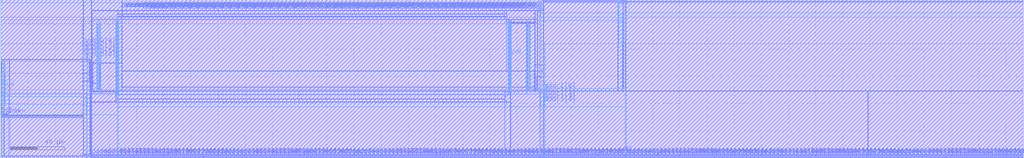
<source format=lef>
VERSION 5.4 ;
NAMESCASESENSITIVE ON ;
BUSBITCHARS "[]" ;
DIVIDERCHAR "/" ;
UNITS
  DATABASE MICRONS 2000 ;
END UNITS
MACRO freepdk45_sram_1w1r_32x240
   CLASS BLOCK ;
   SIZE 752.775 BY 116.3125 ;
   SYMMETRY X Y R90 ;
   PIN din0[0]
      DIRECTION INPUT ;
      PORT
         LAYER metal3 ;
         RECT  66.59 1.105 66.725 1.24 ;
      END
   END din0[0]
   PIN din0[1]
      DIRECTION INPUT ;
      PORT
         LAYER metal3 ;
         RECT  69.45 1.105 69.585 1.24 ;
      END
   END din0[1]
   PIN din0[2]
      DIRECTION INPUT ;
      PORT
         LAYER metal3 ;
         RECT  72.31 1.105 72.445 1.24 ;
      END
   END din0[2]
   PIN din0[3]
      DIRECTION INPUT ;
      PORT
         LAYER metal3 ;
         RECT  75.17 1.105 75.305 1.24 ;
      END
   END din0[3]
   PIN din0[4]
      DIRECTION INPUT ;
      PORT
         LAYER metal3 ;
         RECT  78.03 1.105 78.165 1.24 ;
      END
   END din0[4]
   PIN din0[5]
      DIRECTION INPUT ;
      PORT
         LAYER metal3 ;
         RECT  80.89 1.105 81.025 1.24 ;
      END
   END din0[5]
   PIN din0[6]
      DIRECTION INPUT ;
      PORT
         LAYER metal3 ;
         RECT  83.75 1.105 83.885 1.24 ;
      END
   END din0[6]
   PIN din0[7]
      DIRECTION INPUT ;
      PORT
         LAYER metal3 ;
         RECT  86.61 1.105 86.745 1.24 ;
      END
   END din0[7]
   PIN din0[8]
      DIRECTION INPUT ;
      PORT
         LAYER metal3 ;
         RECT  89.47 1.105 89.605 1.24 ;
      END
   END din0[8]
   PIN din0[9]
      DIRECTION INPUT ;
      PORT
         LAYER metal3 ;
         RECT  92.33 1.105 92.465 1.24 ;
      END
   END din0[9]
   PIN din0[10]
      DIRECTION INPUT ;
      PORT
         LAYER metal3 ;
         RECT  95.19 1.105 95.325 1.24 ;
      END
   END din0[10]
   PIN din0[11]
      DIRECTION INPUT ;
      PORT
         LAYER metal3 ;
         RECT  98.05 1.105 98.185 1.24 ;
      END
   END din0[11]
   PIN din0[12]
      DIRECTION INPUT ;
      PORT
         LAYER metal3 ;
         RECT  100.91 1.105 101.045 1.24 ;
      END
   END din0[12]
   PIN din0[13]
      DIRECTION INPUT ;
      PORT
         LAYER metal3 ;
         RECT  103.77 1.105 103.905 1.24 ;
      END
   END din0[13]
   PIN din0[14]
      DIRECTION INPUT ;
      PORT
         LAYER metal3 ;
         RECT  106.63 1.105 106.765 1.24 ;
      END
   END din0[14]
   PIN din0[15]
      DIRECTION INPUT ;
      PORT
         LAYER metal3 ;
         RECT  109.49 1.105 109.625 1.24 ;
      END
   END din0[15]
   PIN din0[16]
      DIRECTION INPUT ;
      PORT
         LAYER metal3 ;
         RECT  112.35 1.105 112.485 1.24 ;
      END
   END din0[16]
   PIN din0[17]
      DIRECTION INPUT ;
      PORT
         LAYER metal3 ;
         RECT  115.21 1.105 115.345 1.24 ;
      END
   END din0[17]
   PIN din0[18]
      DIRECTION INPUT ;
      PORT
         LAYER metal3 ;
         RECT  118.07 1.105 118.205 1.24 ;
      END
   END din0[18]
   PIN din0[19]
      DIRECTION INPUT ;
      PORT
         LAYER metal3 ;
         RECT  120.93 1.105 121.065 1.24 ;
      END
   END din0[19]
   PIN din0[20]
      DIRECTION INPUT ;
      PORT
         LAYER metal3 ;
         RECT  123.79 1.105 123.925 1.24 ;
      END
   END din0[20]
   PIN din0[21]
      DIRECTION INPUT ;
      PORT
         LAYER metal3 ;
         RECT  126.65 1.105 126.785 1.24 ;
      END
   END din0[21]
   PIN din0[22]
      DIRECTION INPUT ;
      PORT
         LAYER metal3 ;
         RECT  129.51 1.105 129.645 1.24 ;
      END
   END din0[22]
   PIN din0[23]
      DIRECTION INPUT ;
      PORT
         LAYER metal3 ;
         RECT  132.37 1.105 132.505 1.24 ;
      END
   END din0[23]
   PIN din0[24]
      DIRECTION INPUT ;
      PORT
         LAYER metal3 ;
         RECT  135.23 1.105 135.365 1.24 ;
      END
   END din0[24]
   PIN din0[25]
      DIRECTION INPUT ;
      PORT
         LAYER metal3 ;
         RECT  138.09 1.105 138.225 1.24 ;
      END
   END din0[25]
   PIN din0[26]
      DIRECTION INPUT ;
      PORT
         LAYER metal3 ;
         RECT  140.95 1.105 141.085 1.24 ;
      END
   END din0[26]
   PIN din0[27]
      DIRECTION INPUT ;
      PORT
         LAYER metal3 ;
         RECT  143.81 1.105 143.945 1.24 ;
      END
   END din0[27]
   PIN din0[28]
      DIRECTION INPUT ;
      PORT
         LAYER metal3 ;
         RECT  146.67 1.105 146.805 1.24 ;
      END
   END din0[28]
   PIN din0[29]
      DIRECTION INPUT ;
      PORT
         LAYER metal3 ;
         RECT  149.53 1.105 149.665 1.24 ;
      END
   END din0[29]
   PIN din0[30]
      DIRECTION INPUT ;
      PORT
         LAYER metal3 ;
         RECT  152.39 1.105 152.525 1.24 ;
      END
   END din0[30]
   PIN din0[31]
      DIRECTION INPUT ;
      PORT
         LAYER metal3 ;
         RECT  155.25 1.105 155.385 1.24 ;
      END
   END din0[31]
   PIN din0[32]
      DIRECTION INPUT ;
      PORT
         LAYER metal3 ;
         RECT  158.11 1.105 158.245 1.24 ;
      END
   END din0[32]
   PIN din0[33]
      DIRECTION INPUT ;
      PORT
         LAYER metal3 ;
         RECT  160.97 1.105 161.105 1.24 ;
      END
   END din0[33]
   PIN din0[34]
      DIRECTION INPUT ;
      PORT
         LAYER metal3 ;
         RECT  163.83 1.105 163.965 1.24 ;
      END
   END din0[34]
   PIN din0[35]
      DIRECTION INPUT ;
      PORT
         LAYER metal3 ;
         RECT  166.69 1.105 166.825 1.24 ;
      END
   END din0[35]
   PIN din0[36]
      DIRECTION INPUT ;
      PORT
         LAYER metal3 ;
         RECT  169.55 1.105 169.685 1.24 ;
      END
   END din0[36]
   PIN din0[37]
      DIRECTION INPUT ;
      PORT
         LAYER metal3 ;
         RECT  172.41 1.105 172.545 1.24 ;
      END
   END din0[37]
   PIN din0[38]
      DIRECTION INPUT ;
      PORT
         LAYER metal3 ;
         RECT  175.27 1.105 175.405 1.24 ;
      END
   END din0[38]
   PIN din0[39]
      DIRECTION INPUT ;
      PORT
         LAYER metal3 ;
         RECT  178.13 1.105 178.265 1.24 ;
      END
   END din0[39]
   PIN din0[40]
      DIRECTION INPUT ;
      PORT
         LAYER metal3 ;
         RECT  180.99 1.105 181.125 1.24 ;
      END
   END din0[40]
   PIN din0[41]
      DIRECTION INPUT ;
      PORT
         LAYER metal3 ;
         RECT  183.85 1.105 183.985 1.24 ;
      END
   END din0[41]
   PIN din0[42]
      DIRECTION INPUT ;
      PORT
         LAYER metal3 ;
         RECT  186.71 1.105 186.845 1.24 ;
      END
   END din0[42]
   PIN din0[43]
      DIRECTION INPUT ;
      PORT
         LAYER metal3 ;
         RECT  189.57 1.105 189.705 1.24 ;
      END
   END din0[43]
   PIN din0[44]
      DIRECTION INPUT ;
      PORT
         LAYER metal3 ;
         RECT  192.43 1.105 192.565 1.24 ;
      END
   END din0[44]
   PIN din0[45]
      DIRECTION INPUT ;
      PORT
         LAYER metal3 ;
         RECT  195.29 1.105 195.425 1.24 ;
      END
   END din0[45]
   PIN din0[46]
      DIRECTION INPUT ;
      PORT
         LAYER metal3 ;
         RECT  198.15 1.105 198.285 1.24 ;
      END
   END din0[46]
   PIN din0[47]
      DIRECTION INPUT ;
      PORT
         LAYER metal3 ;
         RECT  201.01 1.105 201.145 1.24 ;
      END
   END din0[47]
   PIN din0[48]
      DIRECTION INPUT ;
      PORT
         LAYER metal3 ;
         RECT  203.87 1.105 204.005 1.24 ;
      END
   END din0[48]
   PIN din0[49]
      DIRECTION INPUT ;
      PORT
         LAYER metal3 ;
         RECT  206.73 1.105 206.865 1.24 ;
      END
   END din0[49]
   PIN din0[50]
      DIRECTION INPUT ;
      PORT
         LAYER metal3 ;
         RECT  209.59 1.105 209.725 1.24 ;
      END
   END din0[50]
   PIN din0[51]
      DIRECTION INPUT ;
      PORT
         LAYER metal3 ;
         RECT  212.45 1.105 212.585 1.24 ;
      END
   END din0[51]
   PIN din0[52]
      DIRECTION INPUT ;
      PORT
         LAYER metal3 ;
         RECT  215.31 1.105 215.445 1.24 ;
      END
   END din0[52]
   PIN din0[53]
      DIRECTION INPUT ;
      PORT
         LAYER metal3 ;
         RECT  218.17 1.105 218.305 1.24 ;
      END
   END din0[53]
   PIN din0[54]
      DIRECTION INPUT ;
      PORT
         LAYER metal3 ;
         RECT  221.03 1.105 221.165 1.24 ;
      END
   END din0[54]
   PIN din0[55]
      DIRECTION INPUT ;
      PORT
         LAYER metal3 ;
         RECT  223.89 1.105 224.025 1.24 ;
      END
   END din0[55]
   PIN din0[56]
      DIRECTION INPUT ;
      PORT
         LAYER metal3 ;
         RECT  226.75 1.105 226.885 1.24 ;
      END
   END din0[56]
   PIN din0[57]
      DIRECTION INPUT ;
      PORT
         LAYER metal3 ;
         RECT  229.61 1.105 229.745 1.24 ;
      END
   END din0[57]
   PIN din0[58]
      DIRECTION INPUT ;
      PORT
         LAYER metal3 ;
         RECT  232.47 1.105 232.605 1.24 ;
      END
   END din0[58]
   PIN din0[59]
      DIRECTION INPUT ;
      PORT
         LAYER metal3 ;
         RECT  235.33 1.105 235.465 1.24 ;
      END
   END din0[59]
   PIN din0[60]
      DIRECTION INPUT ;
      PORT
         LAYER metal3 ;
         RECT  238.19 1.105 238.325 1.24 ;
      END
   END din0[60]
   PIN din0[61]
      DIRECTION INPUT ;
      PORT
         LAYER metal3 ;
         RECT  241.05 1.105 241.185 1.24 ;
      END
   END din0[61]
   PIN din0[62]
      DIRECTION INPUT ;
      PORT
         LAYER metal3 ;
         RECT  243.91 1.105 244.045 1.24 ;
      END
   END din0[62]
   PIN din0[63]
      DIRECTION INPUT ;
      PORT
         LAYER metal3 ;
         RECT  246.77 1.105 246.905 1.24 ;
      END
   END din0[63]
   PIN din0[64]
      DIRECTION INPUT ;
      PORT
         LAYER metal3 ;
         RECT  249.63 1.105 249.765 1.24 ;
      END
   END din0[64]
   PIN din0[65]
      DIRECTION INPUT ;
      PORT
         LAYER metal3 ;
         RECT  252.49 1.105 252.625 1.24 ;
      END
   END din0[65]
   PIN din0[66]
      DIRECTION INPUT ;
      PORT
         LAYER metal3 ;
         RECT  255.35 1.105 255.485 1.24 ;
      END
   END din0[66]
   PIN din0[67]
      DIRECTION INPUT ;
      PORT
         LAYER metal3 ;
         RECT  258.21 1.105 258.345 1.24 ;
      END
   END din0[67]
   PIN din0[68]
      DIRECTION INPUT ;
      PORT
         LAYER metal3 ;
         RECT  261.07 1.105 261.205 1.24 ;
      END
   END din0[68]
   PIN din0[69]
      DIRECTION INPUT ;
      PORT
         LAYER metal3 ;
         RECT  263.93 1.105 264.065 1.24 ;
      END
   END din0[69]
   PIN din0[70]
      DIRECTION INPUT ;
      PORT
         LAYER metal3 ;
         RECT  266.79 1.105 266.925 1.24 ;
      END
   END din0[70]
   PIN din0[71]
      DIRECTION INPUT ;
      PORT
         LAYER metal3 ;
         RECT  269.65 1.105 269.785 1.24 ;
      END
   END din0[71]
   PIN din0[72]
      DIRECTION INPUT ;
      PORT
         LAYER metal3 ;
         RECT  272.51 1.105 272.645 1.24 ;
      END
   END din0[72]
   PIN din0[73]
      DIRECTION INPUT ;
      PORT
         LAYER metal3 ;
         RECT  275.37 1.105 275.505 1.24 ;
      END
   END din0[73]
   PIN din0[74]
      DIRECTION INPUT ;
      PORT
         LAYER metal3 ;
         RECT  278.23 1.105 278.365 1.24 ;
      END
   END din0[74]
   PIN din0[75]
      DIRECTION INPUT ;
      PORT
         LAYER metal3 ;
         RECT  281.09 1.105 281.225 1.24 ;
      END
   END din0[75]
   PIN din0[76]
      DIRECTION INPUT ;
      PORT
         LAYER metal3 ;
         RECT  283.95 1.105 284.085 1.24 ;
      END
   END din0[76]
   PIN din0[77]
      DIRECTION INPUT ;
      PORT
         LAYER metal3 ;
         RECT  286.81 1.105 286.945 1.24 ;
      END
   END din0[77]
   PIN din0[78]
      DIRECTION INPUT ;
      PORT
         LAYER metal3 ;
         RECT  289.67 1.105 289.805 1.24 ;
      END
   END din0[78]
   PIN din0[79]
      DIRECTION INPUT ;
      PORT
         LAYER metal3 ;
         RECT  292.53 1.105 292.665 1.24 ;
      END
   END din0[79]
   PIN din0[80]
      DIRECTION INPUT ;
      PORT
         LAYER metal3 ;
         RECT  295.39 1.105 295.525 1.24 ;
      END
   END din0[80]
   PIN din0[81]
      DIRECTION INPUT ;
      PORT
         LAYER metal3 ;
         RECT  298.25 1.105 298.385 1.24 ;
      END
   END din0[81]
   PIN din0[82]
      DIRECTION INPUT ;
      PORT
         LAYER metal3 ;
         RECT  301.11 1.105 301.245 1.24 ;
      END
   END din0[82]
   PIN din0[83]
      DIRECTION INPUT ;
      PORT
         LAYER metal3 ;
         RECT  303.97 1.105 304.105 1.24 ;
      END
   END din0[83]
   PIN din0[84]
      DIRECTION INPUT ;
      PORT
         LAYER metal3 ;
         RECT  306.83 1.105 306.965 1.24 ;
      END
   END din0[84]
   PIN din0[85]
      DIRECTION INPUT ;
      PORT
         LAYER metal3 ;
         RECT  309.69 1.105 309.825 1.24 ;
      END
   END din0[85]
   PIN din0[86]
      DIRECTION INPUT ;
      PORT
         LAYER metal3 ;
         RECT  312.55 1.105 312.685 1.24 ;
      END
   END din0[86]
   PIN din0[87]
      DIRECTION INPUT ;
      PORT
         LAYER metal3 ;
         RECT  315.41 1.105 315.545 1.24 ;
      END
   END din0[87]
   PIN din0[88]
      DIRECTION INPUT ;
      PORT
         LAYER metal3 ;
         RECT  318.27 1.105 318.405 1.24 ;
      END
   END din0[88]
   PIN din0[89]
      DIRECTION INPUT ;
      PORT
         LAYER metal3 ;
         RECT  321.13 1.105 321.265 1.24 ;
      END
   END din0[89]
   PIN din0[90]
      DIRECTION INPUT ;
      PORT
         LAYER metal3 ;
         RECT  323.99 1.105 324.125 1.24 ;
      END
   END din0[90]
   PIN din0[91]
      DIRECTION INPUT ;
      PORT
         LAYER metal3 ;
         RECT  326.85 1.105 326.985 1.24 ;
      END
   END din0[91]
   PIN din0[92]
      DIRECTION INPUT ;
      PORT
         LAYER metal3 ;
         RECT  329.71 1.105 329.845 1.24 ;
      END
   END din0[92]
   PIN din0[93]
      DIRECTION INPUT ;
      PORT
         LAYER metal3 ;
         RECT  332.57 1.105 332.705 1.24 ;
      END
   END din0[93]
   PIN din0[94]
      DIRECTION INPUT ;
      PORT
         LAYER metal3 ;
         RECT  335.43 1.105 335.565 1.24 ;
      END
   END din0[94]
   PIN din0[95]
      DIRECTION INPUT ;
      PORT
         LAYER metal3 ;
         RECT  338.29 1.105 338.425 1.24 ;
      END
   END din0[95]
   PIN din0[96]
      DIRECTION INPUT ;
      PORT
         LAYER metal3 ;
         RECT  341.15 1.105 341.285 1.24 ;
      END
   END din0[96]
   PIN din0[97]
      DIRECTION INPUT ;
      PORT
         LAYER metal3 ;
         RECT  344.01 1.105 344.145 1.24 ;
      END
   END din0[97]
   PIN din0[98]
      DIRECTION INPUT ;
      PORT
         LAYER metal3 ;
         RECT  346.87 1.105 347.005 1.24 ;
      END
   END din0[98]
   PIN din0[99]
      DIRECTION INPUT ;
      PORT
         LAYER metal3 ;
         RECT  349.73 1.105 349.865 1.24 ;
      END
   END din0[99]
   PIN din0[100]
      DIRECTION INPUT ;
      PORT
         LAYER metal3 ;
         RECT  352.59 1.105 352.725 1.24 ;
      END
   END din0[100]
   PIN din0[101]
      DIRECTION INPUT ;
      PORT
         LAYER metal3 ;
         RECT  355.45 1.105 355.585 1.24 ;
      END
   END din0[101]
   PIN din0[102]
      DIRECTION INPUT ;
      PORT
         LAYER metal3 ;
         RECT  358.31 1.105 358.445 1.24 ;
      END
   END din0[102]
   PIN din0[103]
      DIRECTION INPUT ;
      PORT
         LAYER metal3 ;
         RECT  361.17 1.105 361.305 1.24 ;
      END
   END din0[103]
   PIN din0[104]
      DIRECTION INPUT ;
      PORT
         LAYER metal3 ;
         RECT  364.03 1.105 364.165 1.24 ;
      END
   END din0[104]
   PIN din0[105]
      DIRECTION INPUT ;
      PORT
         LAYER metal3 ;
         RECT  366.89 1.105 367.025 1.24 ;
      END
   END din0[105]
   PIN din0[106]
      DIRECTION INPUT ;
      PORT
         LAYER metal3 ;
         RECT  369.75 1.105 369.885 1.24 ;
      END
   END din0[106]
   PIN din0[107]
      DIRECTION INPUT ;
      PORT
         LAYER metal3 ;
         RECT  372.61 1.105 372.745 1.24 ;
      END
   END din0[107]
   PIN din0[108]
      DIRECTION INPUT ;
      PORT
         LAYER metal3 ;
         RECT  375.47 1.105 375.605 1.24 ;
      END
   END din0[108]
   PIN din0[109]
      DIRECTION INPUT ;
      PORT
         LAYER metal3 ;
         RECT  378.33 1.105 378.465 1.24 ;
      END
   END din0[109]
   PIN din0[110]
      DIRECTION INPUT ;
      PORT
         LAYER metal3 ;
         RECT  381.19 1.105 381.325 1.24 ;
      END
   END din0[110]
   PIN din0[111]
      DIRECTION INPUT ;
      PORT
         LAYER metal3 ;
         RECT  384.05 1.105 384.185 1.24 ;
      END
   END din0[111]
   PIN din0[112]
      DIRECTION INPUT ;
      PORT
         LAYER metal3 ;
         RECT  386.91 1.105 387.045 1.24 ;
      END
   END din0[112]
   PIN din0[113]
      DIRECTION INPUT ;
      PORT
         LAYER metal3 ;
         RECT  389.77 1.105 389.905 1.24 ;
      END
   END din0[113]
   PIN din0[114]
      DIRECTION INPUT ;
      PORT
         LAYER metal3 ;
         RECT  392.63 1.105 392.765 1.24 ;
      END
   END din0[114]
   PIN din0[115]
      DIRECTION INPUT ;
      PORT
         LAYER metal3 ;
         RECT  395.49 1.105 395.625 1.24 ;
      END
   END din0[115]
   PIN din0[116]
      DIRECTION INPUT ;
      PORT
         LAYER metal3 ;
         RECT  398.35 1.105 398.485 1.24 ;
      END
   END din0[116]
   PIN din0[117]
      DIRECTION INPUT ;
      PORT
         LAYER metal3 ;
         RECT  401.21 1.105 401.345 1.24 ;
      END
   END din0[117]
   PIN din0[118]
      DIRECTION INPUT ;
      PORT
         LAYER metal3 ;
         RECT  404.07 1.105 404.205 1.24 ;
      END
   END din0[118]
   PIN din0[119]
      DIRECTION INPUT ;
      PORT
         LAYER metal3 ;
         RECT  406.93 1.105 407.065 1.24 ;
      END
   END din0[119]
   PIN din0[120]
      DIRECTION INPUT ;
      PORT
         LAYER metal3 ;
         RECT  409.79 1.105 409.925 1.24 ;
      END
   END din0[120]
   PIN din0[121]
      DIRECTION INPUT ;
      PORT
         LAYER metal3 ;
         RECT  412.65 1.105 412.785 1.24 ;
      END
   END din0[121]
   PIN din0[122]
      DIRECTION INPUT ;
      PORT
         LAYER metal3 ;
         RECT  415.51 1.105 415.645 1.24 ;
      END
   END din0[122]
   PIN din0[123]
      DIRECTION INPUT ;
      PORT
         LAYER metal3 ;
         RECT  418.37 1.105 418.505 1.24 ;
      END
   END din0[123]
   PIN din0[124]
      DIRECTION INPUT ;
      PORT
         LAYER metal3 ;
         RECT  421.23 1.105 421.365 1.24 ;
      END
   END din0[124]
   PIN din0[125]
      DIRECTION INPUT ;
      PORT
         LAYER metal3 ;
         RECT  424.09 1.105 424.225 1.24 ;
      END
   END din0[125]
   PIN din0[126]
      DIRECTION INPUT ;
      PORT
         LAYER metal3 ;
         RECT  426.95 1.105 427.085 1.24 ;
      END
   END din0[126]
   PIN din0[127]
      DIRECTION INPUT ;
      PORT
         LAYER metal3 ;
         RECT  429.81 1.105 429.945 1.24 ;
      END
   END din0[127]
   PIN din0[128]
      DIRECTION INPUT ;
      PORT
         LAYER metal3 ;
         RECT  432.67 1.105 432.805 1.24 ;
      END
   END din0[128]
   PIN din0[129]
      DIRECTION INPUT ;
      PORT
         LAYER metal3 ;
         RECT  435.53 1.105 435.665 1.24 ;
      END
   END din0[129]
   PIN din0[130]
      DIRECTION INPUT ;
      PORT
         LAYER metal3 ;
         RECT  438.39 1.105 438.525 1.24 ;
      END
   END din0[130]
   PIN din0[131]
      DIRECTION INPUT ;
      PORT
         LAYER metal3 ;
         RECT  441.25 1.105 441.385 1.24 ;
      END
   END din0[131]
   PIN din0[132]
      DIRECTION INPUT ;
      PORT
         LAYER metal3 ;
         RECT  444.11 1.105 444.245 1.24 ;
      END
   END din0[132]
   PIN din0[133]
      DIRECTION INPUT ;
      PORT
         LAYER metal3 ;
         RECT  446.97 1.105 447.105 1.24 ;
      END
   END din0[133]
   PIN din0[134]
      DIRECTION INPUT ;
      PORT
         LAYER metal3 ;
         RECT  449.83 1.105 449.965 1.24 ;
      END
   END din0[134]
   PIN din0[135]
      DIRECTION INPUT ;
      PORT
         LAYER metal3 ;
         RECT  452.69 1.105 452.825 1.24 ;
      END
   END din0[135]
   PIN din0[136]
      DIRECTION INPUT ;
      PORT
         LAYER metal3 ;
         RECT  455.55 1.105 455.685 1.24 ;
      END
   END din0[136]
   PIN din0[137]
      DIRECTION INPUT ;
      PORT
         LAYER metal3 ;
         RECT  458.41 1.105 458.545 1.24 ;
      END
   END din0[137]
   PIN din0[138]
      DIRECTION INPUT ;
      PORT
         LAYER metal3 ;
         RECT  461.27 1.105 461.405 1.24 ;
      END
   END din0[138]
   PIN din0[139]
      DIRECTION INPUT ;
      PORT
         LAYER metal3 ;
         RECT  464.13 1.105 464.265 1.24 ;
      END
   END din0[139]
   PIN din0[140]
      DIRECTION INPUT ;
      PORT
         LAYER metal3 ;
         RECT  466.99 1.105 467.125 1.24 ;
      END
   END din0[140]
   PIN din0[141]
      DIRECTION INPUT ;
      PORT
         LAYER metal3 ;
         RECT  469.85 1.105 469.985 1.24 ;
      END
   END din0[141]
   PIN din0[142]
      DIRECTION INPUT ;
      PORT
         LAYER metal3 ;
         RECT  472.71 1.105 472.845 1.24 ;
      END
   END din0[142]
   PIN din0[143]
      DIRECTION INPUT ;
      PORT
         LAYER metal3 ;
         RECT  475.57 1.105 475.705 1.24 ;
      END
   END din0[143]
   PIN din0[144]
      DIRECTION INPUT ;
      PORT
         LAYER metal3 ;
         RECT  478.43 1.105 478.565 1.24 ;
      END
   END din0[144]
   PIN din0[145]
      DIRECTION INPUT ;
      PORT
         LAYER metal3 ;
         RECT  481.29 1.105 481.425 1.24 ;
      END
   END din0[145]
   PIN din0[146]
      DIRECTION INPUT ;
      PORT
         LAYER metal3 ;
         RECT  484.15 1.105 484.285 1.24 ;
      END
   END din0[146]
   PIN din0[147]
      DIRECTION INPUT ;
      PORT
         LAYER metal3 ;
         RECT  487.01 1.105 487.145 1.24 ;
      END
   END din0[147]
   PIN din0[148]
      DIRECTION INPUT ;
      PORT
         LAYER metal3 ;
         RECT  489.87 1.105 490.005 1.24 ;
      END
   END din0[148]
   PIN din0[149]
      DIRECTION INPUT ;
      PORT
         LAYER metal3 ;
         RECT  492.73 1.105 492.865 1.24 ;
      END
   END din0[149]
   PIN din0[150]
      DIRECTION INPUT ;
      PORT
         LAYER metal3 ;
         RECT  495.59 1.105 495.725 1.24 ;
      END
   END din0[150]
   PIN din0[151]
      DIRECTION INPUT ;
      PORT
         LAYER metal3 ;
         RECT  498.45 1.105 498.585 1.24 ;
      END
   END din0[151]
   PIN din0[152]
      DIRECTION INPUT ;
      PORT
         LAYER metal3 ;
         RECT  501.31 1.105 501.445 1.24 ;
      END
   END din0[152]
   PIN din0[153]
      DIRECTION INPUT ;
      PORT
         LAYER metal3 ;
         RECT  504.17 1.105 504.305 1.24 ;
      END
   END din0[153]
   PIN din0[154]
      DIRECTION INPUT ;
      PORT
         LAYER metal3 ;
         RECT  507.03 1.105 507.165 1.24 ;
      END
   END din0[154]
   PIN din0[155]
      DIRECTION INPUT ;
      PORT
         LAYER metal3 ;
         RECT  509.89 1.105 510.025 1.24 ;
      END
   END din0[155]
   PIN din0[156]
      DIRECTION INPUT ;
      PORT
         LAYER metal3 ;
         RECT  512.75 1.105 512.885 1.24 ;
      END
   END din0[156]
   PIN din0[157]
      DIRECTION INPUT ;
      PORT
         LAYER metal3 ;
         RECT  515.61 1.105 515.745 1.24 ;
      END
   END din0[157]
   PIN din0[158]
      DIRECTION INPUT ;
      PORT
         LAYER metal3 ;
         RECT  518.47 1.105 518.605 1.24 ;
      END
   END din0[158]
   PIN din0[159]
      DIRECTION INPUT ;
      PORT
         LAYER metal3 ;
         RECT  521.33 1.105 521.465 1.24 ;
      END
   END din0[159]
   PIN din0[160]
      DIRECTION INPUT ;
      PORT
         LAYER metal3 ;
         RECT  524.19 1.105 524.325 1.24 ;
      END
   END din0[160]
   PIN din0[161]
      DIRECTION INPUT ;
      PORT
         LAYER metal3 ;
         RECT  527.05 1.105 527.185 1.24 ;
      END
   END din0[161]
   PIN din0[162]
      DIRECTION INPUT ;
      PORT
         LAYER metal3 ;
         RECT  529.91 1.105 530.045 1.24 ;
      END
   END din0[162]
   PIN din0[163]
      DIRECTION INPUT ;
      PORT
         LAYER metal3 ;
         RECT  532.77 1.105 532.905 1.24 ;
      END
   END din0[163]
   PIN din0[164]
      DIRECTION INPUT ;
      PORT
         LAYER metal3 ;
         RECT  535.63 1.105 535.765 1.24 ;
      END
   END din0[164]
   PIN din0[165]
      DIRECTION INPUT ;
      PORT
         LAYER metal3 ;
         RECT  538.49 1.105 538.625 1.24 ;
      END
   END din0[165]
   PIN din0[166]
      DIRECTION INPUT ;
      PORT
         LAYER metal3 ;
         RECT  541.35 1.105 541.485 1.24 ;
      END
   END din0[166]
   PIN din0[167]
      DIRECTION INPUT ;
      PORT
         LAYER metal3 ;
         RECT  544.21 1.105 544.345 1.24 ;
      END
   END din0[167]
   PIN din0[168]
      DIRECTION INPUT ;
      PORT
         LAYER metal3 ;
         RECT  547.07 1.105 547.205 1.24 ;
      END
   END din0[168]
   PIN din0[169]
      DIRECTION INPUT ;
      PORT
         LAYER metal3 ;
         RECT  549.93 1.105 550.065 1.24 ;
      END
   END din0[169]
   PIN din0[170]
      DIRECTION INPUT ;
      PORT
         LAYER metal3 ;
         RECT  552.79 1.105 552.925 1.24 ;
      END
   END din0[170]
   PIN din0[171]
      DIRECTION INPUT ;
      PORT
         LAYER metal3 ;
         RECT  555.65 1.105 555.785 1.24 ;
      END
   END din0[171]
   PIN din0[172]
      DIRECTION INPUT ;
      PORT
         LAYER metal3 ;
         RECT  558.51 1.105 558.645 1.24 ;
      END
   END din0[172]
   PIN din0[173]
      DIRECTION INPUT ;
      PORT
         LAYER metal3 ;
         RECT  561.37 1.105 561.505 1.24 ;
      END
   END din0[173]
   PIN din0[174]
      DIRECTION INPUT ;
      PORT
         LAYER metal3 ;
         RECT  564.23 1.105 564.365 1.24 ;
      END
   END din0[174]
   PIN din0[175]
      DIRECTION INPUT ;
      PORT
         LAYER metal3 ;
         RECT  567.09 1.105 567.225 1.24 ;
      END
   END din0[175]
   PIN din0[176]
      DIRECTION INPUT ;
      PORT
         LAYER metal3 ;
         RECT  569.95 1.105 570.085 1.24 ;
      END
   END din0[176]
   PIN din0[177]
      DIRECTION INPUT ;
      PORT
         LAYER metal3 ;
         RECT  572.81 1.105 572.945 1.24 ;
      END
   END din0[177]
   PIN din0[178]
      DIRECTION INPUT ;
      PORT
         LAYER metal3 ;
         RECT  575.67 1.105 575.805 1.24 ;
      END
   END din0[178]
   PIN din0[179]
      DIRECTION INPUT ;
      PORT
         LAYER metal3 ;
         RECT  578.53 1.105 578.665 1.24 ;
      END
   END din0[179]
   PIN din0[180]
      DIRECTION INPUT ;
      PORT
         LAYER metal3 ;
         RECT  581.39 1.105 581.525 1.24 ;
      END
   END din0[180]
   PIN din0[181]
      DIRECTION INPUT ;
      PORT
         LAYER metal3 ;
         RECT  584.25 1.105 584.385 1.24 ;
      END
   END din0[181]
   PIN din0[182]
      DIRECTION INPUT ;
      PORT
         LAYER metal3 ;
         RECT  587.11 1.105 587.245 1.24 ;
      END
   END din0[182]
   PIN din0[183]
      DIRECTION INPUT ;
      PORT
         LAYER metal3 ;
         RECT  589.97 1.105 590.105 1.24 ;
      END
   END din0[183]
   PIN din0[184]
      DIRECTION INPUT ;
      PORT
         LAYER metal3 ;
         RECT  592.83 1.105 592.965 1.24 ;
      END
   END din0[184]
   PIN din0[185]
      DIRECTION INPUT ;
      PORT
         LAYER metal3 ;
         RECT  595.69 1.105 595.825 1.24 ;
      END
   END din0[185]
   PIN din0[186]
      DIRECTION INPUT ;
      PORT
         LAYER metal3 ;
         RECT  598.55 1.105 598.685 1.24 ;
      END
   END din0[186]
   PIN din0[187]
      DIRECTION INPUT ;
      PORT
         LAYER metal3 ;
         RECT  601.41 1.105 601.545 1.24 ;
      END
   END din0[187]
   PIN din0[188]
      DIRECTION INPUT ;
      PORT
         LAYER metal3 ;
         RECT  604.27 1.105 604.405 1.24 ;
      END
   END din0[188]
   PIN din0[189]
      DIRECTION INPUT ;
      PORT
         LAYER metal3 ;
         RECT  607.13 1.105 607.265 1.24 ;
      END
   END din0[189]
   PIN din0[190]
      DIRECTION INPUT ;
      PORT
         LAYER metal3 ;
         RECT  609.99 1.105 610.125 1.24 ;
      END
   END din0[190]
   PIN din0[191]
      DIRECTION INPUT ;
      PORT
         LAYER metal3 ;
         RECT  612.85 1.105 612.985 1.24 ;
      END
   END din0[191]
   PIN din0[192]
      DIRECTION INPUT ;
      PORT
         LAYER metal3 ;
         RECT  615.71 1.105 615.845 1.24 ;
      END
   END din0[192]
   PIN din0[193]
      DIRECTION INPUT ;
      PORT
         LAYER metal3 ;
         RECT  618.57 1.105 618.705 1.24 ;
      END
   END din0[193]
   PIN din0[194]
      DIRECTION INPUT ;
      PORT
         LAYER metal3 ;
         RECT  621.43 1.105 621.565 1.24 ;
      END
   END din0[194]
   PIN din0[195]
      DIRECTION INPUT ;
      PORT
         LAYER metal3 ;
         RECT  624.29 1.105 624.425 1.24 ;
      END
   END din0[195]
   PIN din0[196]
      DIRECTION INPUT ;
      PORT
         LAYER metal3 ;
         RECT  627.15 1.105 627.285 1.24 ;
      END
   END din0[196]
   PIN din0[197]
      DIRECTION INPUT ;
      PORT
         LAYER metal3 ;
         RECT  630.01 1.105 630.145 1.24 ;
      END
   END din0[197]
   PIN din0[198]
      DIRECTION INPUT ;
      PORT
         LAYER metal3 ;
         RECT  632.87 1.105 633.005 1.24 ;
      END
   END din0[198]
   PIN din0[199]
      DIRECTION INPUT ;
      PORT
         LAYER metal3 ;
         RECT  635.73 1.105 635.865 1.24 ;
      END
   END din0[199]
   PIN din0[200]
      DIRECTION INPUT ;
      PORT
         LAYER metal3 ;
         RECT  638.59 1.105 638.725 1.24 ;
      END
   END din0[200]
   PIN din0[201]
      DIRECTION INPUT ;
      PORT
         LAYER metal3 ;
         RECT  641.45 1.105 641.585 1.24 ;
      END
   END din0[201]
   PIN din0[202]
      DIRECTION INPUT ;
      PORT
         LAYER metal3 ;
         RECT  644.31 1.105 644.445 1.24 ;
      END
   END din0[202]
   PIN din0[203]
      DIRECTION INPUT ;
      PORT
         LAYER metal3 ;
         RECT  647.17 1.105 647.305 1.24 ;
      END
   END din0[203]
   PIN din0[204]
      DIRECTION INPUT ;
      PORT
         LAYER metal3 ;
         RECT  650.03 1.105 650.165 1.24 ;
      END
   END din0[204]
   PIN din0[205]
      DIRECTION INPUT ;
      PORT
         LAYER metal3 ;
         RECT  652.89 1.105 653.025 1.24 ;
      END
   END din0[205]
   PIN din0[206]
      DIRECTION INPUT ;
      PORT
         LAYER metal3 ;
         RECT  655.75 1.105 655.885 1.24 ;
      END
   END din0[206]
   PIN din0[207]
      DIRECTION INPUT ;
      PORT
         LAYER metal3 ;
         RECT  658.61 1.105 658.745 1.24 ;
      END
   END din0[207]
   PIN din0[208]
      DIRECTION INPUT ;
      PORT
         LAYER metal3 ;
         RECT  661.47 1.105 661.605 1.24 ;
      END
   END din0[208]
   PIN din0[209]
      DIRECTION INPUT ;
      PORT
         LAYER metal3 ;
         RECT  664.33 1.105 664.465 1.24 ;
      END
   END din0[209]
   PIN din0[210]
      DIRECTION INPUT ;
      PORT
         LAYER metal3 ;
         RECT  667.19 1.105 667.325 1.24 ;
      END
   END din0[210]
   PIN din0[211]
      DIRECTION INPUT ;
      PORT
         LAYER metal3 ;
         RECT  670.05 1.105 670.185 1.24 ;
      END
   END din0[211]
   PIN din0[212]
      DIRECTION INPUT ;
      PORT
         LAYER metal3 ;
         RECT  672.91 1.105 673.045 1.24 ;
      END
   END din0[212]
   PIN din0[213]
      DIRECTION INPUT ;
      PORT
         LAYER metal3 ;
         RECT  675.77 1.105 675.905 1.24 ;
      END
   END din0[213]
   PIN din0[214]
      DIRECTION INPUT ;
      PORT
         LAYER metal3 ;
         RECT  678.63 1.105 678.765 1.24 ;
      END
   END din0[214]
   PIN din0[215]
      DIRECTION INPUT ;
      PORT
         LAYER metal3 ;
         RECT  681.49 1.105 681.625 1.24 ;
      END
   END din0[215]
   PIN din0[216]
      DIRECTION INPUT ;
      PORT
         LAYER metal3 ;
         RECT  684.35 1.105 684.485 1.24 ;
      END
   END din0[216]
   PIN din0[217]
      DIRECTION INPUT ;
      PORT
         LAYER metal3 ;
         RECT  687.21 1.105 687.345 1.24 ;
      END
   END din0[217]
   PIN din0[218]
      DIRECTION INPUT ;
      PORT
         LAYER metal3 ;
         RECT  690.07 1.105 690.205 1.24 ;
      END
   END din0[218]
   PIN din0[219]
      DIRECTION INPUT ;
      PORT
         LAYER metal3 ;
         RECT  692.93 1.105 693.065 1.24 ;
      END
   END din0[219]
   PIN din0[220]
      DIRECTION INPUT ;
      PORT
         LAYER metal3 ;
         RECT  695.79 1.105 695.925 1.24 ;
      END
   END din0[220]
   PIN din0[221]
      DIRECTION INPUT ;
      PORT
         LAYER metal3 ;
         RECT  698.65 1.105 698.785 1.24 ;
      END
   END din0[221]
   PIN din0[222]
      DIRECTION INPUT ;
      PORT
         LAYER metal3 ;
         RECT  701.51 1.105 701.645 1.24 ;
      END
   END din0[222]
   PIN din0[223]
      DIRECTION INPUT ;
      PORT
         LAYER metal3 ;
         RECT  704.37 1.105 704.505 1.24 ;
      END
   END din0[223]
   PIN din0[224]
      DIRECTION INPUT ;
      PORT
         LAYER metal3 ;
         RECT  707.23 1.105 707.365 1.24 ;
      END
   END din0[224]
   PIN din0[225]
      DIRECTION INPUT ;
      PORT
         LAYER metal3 ;
         RECT  710.09 1.105 710.225 1.24 ;
      END
   END din0[225]
   PIN din0[226]
      DIRECTION INPUT ;
      PORT
         LAYER metal3 ;
         RECT  712.95 1.105 713.085 1.24 ;
      END
   END din0[226]
   PIN din0[227]
      DIRECTION INPUT ;
      PORT
         LAYER metal3 ;
         RECT  715.81 1.105 715.945 1.24 ;
      END
   END din0[227]
   PIN din0[228]
      DIRECTION INPUT ;
      PORT
         LAYER metal3 ;
         RECT  718.67 1.105 718.805 1.24 ;
      END
   END din0[228]
   PIN din0[229]
      DIRECTION INPUT ;
      PORT
         LAYER metal3 ;
         RECT  721.53 1.105 721.665 1.24 ;
      END
   END din0[229]
   PIN din0[230]
      DIRECTION INPUT ;
      PORT
         LAYER metal3 ;
         RECT  724.39 1.105 724.525 1.24 ;
      END
   END din0[230]
   PIN din0[231]
      DIRECTION INPUT ;
      PORT
         LAYER metal3 ;
         RECT  727.25 1.105 727.385 1.24 ;
      END
   END din0[231]
   PIN din0[232]
      DIRECTION INPUT ;
      PORT
         LAYER metal3 ;
         RECT  730.11 1.105 730.245 1.24 ;
      END
   END din0[232]
   PIN din0[233]
      DIRECTION INPUT ;
      PORT
         LAYER metal3 ;
         RECT  732.97 1.105 733.105 1.24 ;
      END
   END din0[233]
   PIN din0[234]
      DIRECTION INPUT ;
      PORT
         LAYER metal3 ;
         RECT  735.83 1.105 735.965 1.24 ;
      END
   END din0[234]
   PIN din0[235]
      DIRECTION INPUT ;
      PORT
         LAYER metal3 ;
         RECT  738.69 1.105 738.825 1.24 ;
      END
   END din0[235]
   PIN din0[236]
      DIRECTION INPUT ;
      PORT
         LAYER metal3 ;
         RECT  741.55 1.105 741.685 1.24 ;
      END
   END din0[236]
   PIN din0[237]
      DIRECTION INPUT ;
      PORT
         LAYER metal3 ;
         RECT  744.41 1.105 744.545 1.24 ;
      END
   END din0[237]
   PIN din0[238]
      DIRECTION INPUT ;
      PORT
         LAYER metal3 ;
         RECT  747.27 1.105 747.405 1.24 ;
      END
   END din0[238]
   PIN din0[239]
      DIRECTION INPUT ;
      PORT
         LAYER metal3 ;
         RECT  750.13 1.105 750.265 1.24 ;
      END
   END din0[239]
   PIN addr0[0]
      DIRECTION INPUT ;
      PORT
         LAYER metal3 ;
         RECT  60.87 72.35 61.005 72.485 ;
      END
   END addr0[0]
   PIN addr0[1]
      DIRECTION INPUT ;
      PORT
         LAYER metal3 ;
         RECT  60.87 75.08 61.005 75.215 ;
      END
   END addr0[1]
   PIN addr0[2]
      DIRECTION INPUT ;
      PORT
         LAYER metal3 ;
         RECT  60.87 77.29 61.005 77.425 ;
      END
   END addr0[2]
   PIN addr0[3]
      DIRECTION INPUT ;
      PORT
         LAYER metal3 ;
         RECT  60.87 80.02 61.005 80.155 ;
      END
   END addr0[3]
   PIN addr0[4]
      DIRECTION INPUT ;
      PORT
         LAYER metal3 ;
         RECT  60.87 82.23 61.005 82.365 ;
      END
   END addr0[4]
   PIN addr1[0]
      DIRECTION INPUT ;
      PORT
         LAYER metal3 ;
         RECT  399.61 49.21 399.745 49.345 ;
      END
   END addr1[0]
   PIN addr1[1]
      DIRECTION INPUT ;
      PORT
         LAYER metal3 ;
         RECT  399.61 46.48 399.745 46.615 ;
      END
   END addr1[1]
   PIN addr1[2]
      DIRECTION INPUT ;
      PORT
         LAYER metal3 ;
         RECT  399.61 44.27 399.745 44.405 ;
      END
   END addr1[2]
   PIN addr1[3]
      DIRECTION INPUT ;
      PORT
         LAYER metal3 ;
         RECT  399.61 41.54 399.745 41.675 ;
      END
   END addr1[3]
   PIN addr1[4]
      DIRECTION INPUT ;
      PORT
         LAYER metal3 ;
         RECT  399.61 39.33 399.745 39.465 ;
      END
   END addr1[4]
   PIN csb0
      DIRECTION INPUT ;
      PORT
         LAYER metal3 ;
         RECT  0.285 30.75 0.42 30.885 ;
      END
   END csb0
   PIN csb1
      DIRECTION INPUT ;
      PORT
         LAYER metal3 ;
         RECT  460.335 115.07 460.47 115.205 ;
      END
   END csb1
   PIN clk0
      DIRECTION INPUT ;
      PORT
         LAYER metal3 ;
         RECT  6.2475 30.835 6.3825 30.97 ;
      END
   END clk0
   PIN clk1
      DIRECTION INPUT ;
      PORT
         LAYER metal3 ;
         RECT  454.2325 114.985 454.3675 115.12 ;
      END
   END clk1
   PIN dout1[0]
      DIRECTION OUTPUT ;
      PORT
         LAYER metal3 ;
         RECT  89.1775 108.3625 89.3125 108.4975 ;
      END
   END dout1[0]
   PIN dout1[1]
      DIRECTION OUTPUT ;
      PORT
         LAYER metal3 ;
         RECT  90.3525 108.3625 90.4875 108.4975 ;
      END
   END dout1[1]
   PIN dout1[2]
      DIRECTION OUTPUT ;
      PORT
         LAYER metal3 ;
         RECT  91.5275 108.3625 91.6625 108.4975 ;
      END
   END dout1[2]
   PIN dout1[3]
      DIRECTION OUTPUT ;
      PORT
         LAYER metal3 ;
         RECT  92.7025 108.3625 92.8375 108.4975 ;
      END
   END dout1[3]
   PIN dout1[4]
      DIRECTION OUTPUT ;
      PORT
         LAYER metal3 ;
         RECT  93.8775 108.3625 94.0125 108.4975 ;
      END
   END dout1[4]
   PIN dout1[5]
      DIRECTION OUTPUT ;
      PORT
         LAYER metal3 ;
         RECT  95.0525 108.3625 95.1875 108.4975 ;
      END
   END dout1[5]
   PIN dout1[6]
      DIRECTION OUTPUT ;
      PORT
         LAYER metal3 ;
         RECT  96.2275 108.3625 96.3625 108.4975 ;
      END
   END dout1[6]
   PIN dout1[7]
      DIRECTION OUTPUT ;
      PORT
         LAYER metal3 ;
         RECT  97.4025 108.3625 97.5375 108.4975 ;
      END
   END dout1[7]
   PIN dout1[8]
      DIRECTION OUTPUT ;
      PORT
         LAYER metal3 ;
         RECT  98.5775 108.3625 98.7125 108.4975 ;
      END
   END dout1[8]
   PIN dout1[9]
      DIRECTION OUTPUT ;
      PORT
         LAYER metal3 ;
         RECT  99.7525 108.3625 99.8875 108.4975 ;
      END
   END dout1[9]
   PIN dout1[10]
      DIRECTION OUTPUT ;
      PORT
         LAYER metal3 ;
         RECT  100.9275 108.3625 101.0625 108.4975 ;
      END
   END dout1[10]
   PIN dout1[11]
      DIRECTION OUTPUT ;
      PORT
         LAYER metal3 ;
         RECT  102.1025 108.3625 102.2375 108.4975 ;
      END
   END dout1[11]
   PIN dout1[12]
      DIRECTION OUTPUT ;
      PORT
         LAYER metal3 ;
         RECT  103.2775 108.3625 103.4125 108.4975 ;
      END
   END dout1[12]
   PIN dout1[13]
      DIRECTION OUTPUT ;
      PORT
         LAYER metal3 ;
         RECT  104.4525 108.3625 104.5875 108.4975 ;
      END
   END dout1[13]
   PIN dout1[14]
      DIRECTION OUTPUT ;
      PORT
         LAYER metal3 ;
         RECT  105.6275 108.3625 105.7625 108.4975 ;
      END
   END dout1[14]
   PIN dout1[15]
      DIRECTION OUTPUT ;
      PORT
         LAYER metal3 ;
         RECT  106.8025 108.3625 106.9375 108.4975 ;
      END
   END dout1[15]
   PIN dout1[16]
      DIRECTION OUTPUT ;
      PORT
         LAYER metal3 ;
         RECT  107.9775 108.3625 108.1125 108.4975 ;
      END
   END dout1[16]
   PIN dout1[17]
      DIRECTION OUTPUT ;
      PORT
         LAYER metal3 ;
         RECT  109.1525 108.3625 109.2875 108.4975 ;
      END
   END dout1[17]
   PIN dout1[18]
      DIRECTION OUTPUT ;
      PORT
         LAYER metal3 ;
         RECT  110.3275 108.3625 110.4625 108.4975 ;
      END
   END dout1[18]
   PIN dout1[19]
      DIRECTION OUTPUT ;
      PORT
         LAYER metal3 ;
         RECT  111.5025 108.3625 111.6375 108.4975 ;
      END
   END dout1[19]
   PIN dout1[20]
      DIRECTION OUTPUT ;
      PORT
         LAYER metal3 ;
         RECT  112.6775 108.3625 112.8125 108.4975 ;
      END
   END dout1[20]
   PIN dout1[21]
      DIRECTION OUTPUT ;
      PORT
         LAYER metal3 ;
         RECT  113.8525 108.3625 113.9875 108.4975 ;
      END
   END dout1[21]
   PIN dout1[22]
      DIRECTION OUTPUT ;
      PORT
         LAYER metal3 ;
         RECT  115.0275 108.3625 115.1625 108.4975 ;
      END
   END dout1[22]
   PIN dout1[23]
      DIRECTION OUTPUT ;
      PORT
         LAYER metal3 ;
         RECT  116.2025 108.3625 116.3375 108.4975 ;
      END
   END dout1[23]
   PIN dout1[24]
      DIRECTION OUTPUT ;
      PORT
         LAYER metal3 ;
         RECT  117.3775 108.3625 117.5125 108.4975 ;
      END
   END dout1[24]
   PIN dout1[25]
      DIRECTION OUTPUT ;
      PORT
         LAYER metal3 ;
         RECT  118.5525 108.3625 118.6875 108.4975 ;
      END
   END dout1[25]
   PIN dout1[26]
      DIRECTION OUTPUT ;
      PORT
         LAYER metal3 ;
         RECT  119.7275 108.3625 119.8625 108.4975 ;
      END
   END dout1[26]
   PIN dout1[27]
      DIRECTION OUTPUT ;
      PORT
         LAYER metal3 ;
         RECT  120.9025 108.3625 121.0375 108.4975 ;
      END
   END dout1[27]
   PIN dout1[28]
      DIRECTION OUTPUT ;
      PORT
         LAYER metal3 ;
         RECT  122.0775 108.3625 122.2125 108.4975 ;
      END
   END dout1[28]
   PIN dout1[29]
      DIRECTION OUTPUT ;
      PORT
         LAYER metal3 ;
         RECT  123.2525 108.3625 123.3875 108.4975 ;
      END
   END dout1[29]
   PIN dout1[30]
      DIRECTION OUTPUT ;
      PORT
         LAYER metal3 ;
         RECT  124.4275 108.3625 124.5625 108.4975 ;
      END
   END dout1[30]
   PIN dout1[31]
      DIRECTION OUTPUT ;
      PORT
         LAYER metal3 ;
         RECT  125.6025 108.3625 125.7375 108.4975 ;
      END
   END dout1[31]
   PIN dout1[32]
      DIRECTION OUTPUT ;
      PORT
         LAYER metal3 ;
         RECT  126.7775 108.3625 126.9125 108.4975 ;
      END
   END dout1[32]
   PIN dout1[33]
      DIRECTION OUTPUT ;
      PORT
         LAYER metal3 ;
         RECT  127.9525 108.3625 128.0875 108.4975 ;
      END
   END dout1[33]
   PIN dout1[34]
      DIRECTION OUTPUT ;
      PORT
         LAYER metal3 ;
         RECT  129.1275 108.3625 129.2625 108.4975 ;
      END
   END dout1[34]
   PIN dout1[35]
      DIRECTION OUTPUT ;
      PORT
         LAYER metal3 ;
         RECT  130.3025 108.3625 130.4375 108.4975 ;
      END
   END dout1[35]
   PIN dout1[36]
      DIRECTION OUTPUT ;
      PORT
         LAYER metal3 ;
         RECT  131.4775 108.3625 131.6125 108.4975 ;
      END
   END dout1[36]
   PIN dout1[37]
      DIRECTION OUTPUT ;
      PORT
         LAYER metal3 ;
         RECT  132.6525 108.3625 132.7875 108.4975 ;
      END
   END dout1[37]
   PIN dout1[38]
      DIRECTION OUTPUT ;
      PORT
         LAYER metal3 ;
         RECT  133.8275 108.3625 133.9625 108.4975 ;
      END
   END dout1[38]
   PIN dout1[39]
      DIRECTION OUTPUT ;
      PORT
         LAYER metal3 ;
         RECT  135.0025 108.3625 135.1375 108.4975 ;
      END
   END dout1[39]
   PIN dout1[40]
      DIRECTION OUTPUT ;
      PORT
         LAYER metal3 ;
         RECT  136.1775 108.3625 136.3125 108.4975 ;
      END
   END dout1[40]
   PIN dout1[41]
      DIRECTION OUTPUT ;
      PORT
         LAYER metal3 ;
         RECT  137.3525 108.3625 137.4875 108.4975 ;
      END
   END dout1[41]
   PIN dout1[42]
      DIRECTION OUTPUT ;
      PORT
         LAYER metal3 ;
         RECT  138.5275 108.3625 138.6625 108.4975 ;
      END
   END dout1[42]
   PIN dout1[43]
      DIRECTION OUTPUT ;
      PORT
         LAYER metal3 ;
         RECT  139.7025 108.3625 139.8375 108.4975 ;
      END
   END dout1[43]
   PIN dout1[44]
      DIRECTION OUTPUT ;
      PORT
         LAYER metal3 ;
         RECT  140.8775 108.3625 141.0125 108.4975 ;
      END
   END dout1[44]
   PIN dout1[45]
      DIRECTION OUTPUT ;
      PORT
         LAYER metal3 ;
         RECT  142.0525 108.3625 142.1875 108.4975 ;
      END
   END dout1[45]
   PIN dout1[46]
      DIRECTION OUTPUT ;
      PORT
         LAYER metal3 ;
         RECT  143.2275 108.3625 143.3625 108.4975 ;
      END
   END dout1[46]
   PIN dout1[47]
      DIRECTION OUTPUT ;
      PORT
         LAYER metal3 ;
         RECT  144.4025 108.3625 144.5375 108.4975 ;
      END
   END dout1[47]
   PIN dout1[48]
      DIRECTION OUTPUT ;
      PORT
         LAYER metal3 ;
         RECT  145.5775 108.3625 145.7125 108.4975 ;
      END
   END dout1[48]
   PIN dout1[49]
      DIRECTION OUTPUT ;
      PORT
         LAYER metal3 ;
         RECT  146.7525 108.3625 146.8875 108.4975 ;
      END
   END dout1[49]
   PIN dout1[50]
      DIRECTION OUTPUT ;
      PORT
         LAYER metal3 ;
         RECT  147.9275 108.3625 148.0625 108.4975 ;
      END
   END dout1[50]
   PIN dout1[51]
      DIRECTION OUTPUT ;
      PORT
         LAYER metal3 ;
         RECT  149.1025 108.3625 149.2375 108.4975 ;
      END
   END dout1[51]
   PIN dout1[52]
      DIRECTION OUTPUT ;
      PORT
         LAYER metal3 ;
         RECT  150.2775 108.3625 150.4125 108.4975 ;
      END
   END dout1[52]
   PIN dout1[53]
      DIRECTION OUTPUT ;
      PORT
         LAYER metal3 ;
         RECT  151.4525 108.3625 151.5875 108.4975 ;
      END
   END dout1[53]
   PIN dout1[54]
      DIRECTION OUTPUT ;
      PORT
         LAYER metal3 ;
         RECT  152.6275 108.3625 152.7625 108.4975 ;
      END
   END dout1[54]
   PIN dout1[55]
      DIRECTION OUTPUT ;
      PORT
         LAYER metal3 ;
         RECT  153.8025 108.3625 153.9375 108.4975 ;
      END
   END dout1[55]
   PIN dout1[56]
      DIRECTION OUTPUT ;
      PORT
         LAYER metal3 ;
         RECT  154.9775 108.3625 155.1125 108.4975 ;
      END
   END dout1[56]
   PIN dout1[57]
      DIRECTION OUTPUT ;
      PORT
         LAYER metal3 ;
         RECT  156.1525 108.3625 156.2875 108.4975 ;
      END
   END dout1[57]
   PIN dout1[58]
      DIRECTION OUTPUT ;
      PORT
         LAYER metal3 ;
         RECT  157.3275 108.3625 157.4625 108.4975 ;
      END
   END dout1[58]
   PIN dout1[59]
      DIRECTION OUTPUT ;
      PORT
         LAYER metal3 ;
         RECT  158.5025 108.3625 158.6375 108.4975 ;
      END
   END dout1[59]
   PIN dout1[60]
      DIRECTION OUTPUT ;
      PORT
         LAYER metal3 ;
         RECT  159.6775 108.3625 159.8125 108.4975 ;
      END
   END dout1[60]
   PIN dout1[61]
      DIRECTION OUTPUT ;
      PORT
         LAYER metal3 ;
         RECT  160.8525 108.3625 160.9875 108.4975 ;
      END
   END dout1[61]
   PIN dout1[62]
      DIRECTION OUTPUT ;
      PORT
         LAYER metal3 ;
         RECT  162.0275 108.3625 162.1625 108.4975 ;
      END
   END dout1[62]
   PIN dout1[63]
      DIRECTION OUTPUT ;
      PORT
         LAYER metal3 ;
         RECT  163.2025 108.3625 163.3375 108.4975 ;
      END
   END dout1[63]
   PIN dout1[64]
      DIRECTION OUTPUT ;
      PORT
         LAYER metal3 ;
         RECT  164.3775 108.3625 164.5125 108.4975 ;
      END
   END dout1[64]
   PIN dout1[65]
      DIRECTION OUTPUT ;
      PORT
         LAYER metal3 ;
         RECT  165.5525 108.3625 165.6875 108.4975 ;
      END
   END dout1[65]
   PIN dout1[66]
      DIRECTION OUTPUT ;
      PORT
         LAYER metal3 ;
         RECT  166.7275 108.3625 166.8625 108.4975 ;
      END
   END dout1[66]
   PIN dout1[67]
      DIRECTION OUTPUT ;
      PORT
         LAYER metal3 ;
         RECT  167.9025 108.3625 168.0375 108.4975 ;
      END
   END dout1[67]
   PIN dout1[68]
      DIRECTION OUTPUT ;
      PORT
         LAYER metal3 ;
         RECT  169.0775 108.3625 169.2125 108.4975 ;
      END
   END dout1[68]
   PIN dout1[69]
      DIRECTION OUTPUT ;
      PORT
         LAYER metal3 ;
         RECT  170.2525 108.3625 170.3875 108.4975 ;
      END
   END dout1[69]
   PIN dout1[70]
      DIRECTION OUTPUT ;
      PORT
         LAYER metal3 ;
         RECT  171.4275 108.3625 171.5625 108.4975 ;
      END
   END dout1[70]
   PIN dout1[71]
      DIRECTION OUTPUT ;
      PORT
         LAYER metal3 ;
         RECT  172.6025 108.3625 172.7375 108.4975 ;
      END
   END dout1[71]
   PIN dout1[72]
      DIRECTION OUTPUT ;
      PORT
         LAYER metal3 ;
         RECT  173.7775 108.3625 173.9125 108.4975 ;
      END
   END dout1[72]
   PIN dout1[73]
      DIRECTION OUTPUT ;
      PORT
         LAYER metal3 ;
         RECT  174.9525 108.3625 175.0875 108.4975 ;
      END
   END dout1[73]
   PIN dout1[74]
      DIRECTION OUTPUT ;
      PORT
         LAYER metal3 ;
         RECT  176.1275 108.3625 176.2625 108.4975 ;
      END
   END dout1[74]
   PIN dout1[75]
      DIRECTION OUTPUT ;
      PORT
         LAYER metal3 ;
         RECT  177.3025 108.3625 177.4375 108.4975 ;
      END
   END dout1[75]
   PIN dout1[76]
      DIRECTION OUTPUT ;
      PORT
         LAYER metal3 ;
         RECT  178.4775 108.3625 178.6125 108.4975 ;
      END
   END dout1[76]
   PIN dout1[77]
      DIRECTION OUTPUT ;
      PORT
         LAYER metal3 ;
         RECT  179.6525 108.3625 179.7875 108.4975 ;
      END
   END dout1[77]
   PIN dout1[78]
      DIRECTION OUTPUT ;
      PORT
         LAYER metal3 ;
         RECT  180.8275 108.3625 180.9625 108.4975 ;
      END
   END dout1[78]
   PIN dout1[79]
      DIRECTION OUTPUT ;
      PORT
         LAYER metal3 ;
         RECT  182.0025 108.3625 182.1375 108.4975 ;
      END
   END dout1[79]
   PIN dout1[80]
      DIRECTION OUTPUT ;
      PORT
         LAYER metal3 ;
         RECT  183.1775 108.3625 183.3125 108.4975 ;
      END
   END dout1[80]
   PIN dout1[81]
      DIRECTION OUTPUT ;
      PORT
         LAYER metal3 ;
         RECT  184.3525 108.3625 184.4875 108.4975 ;
      END
   END dout1[81]
   PIN dout1[82]
      DIRECTION OUTPUT ;
      PORT
         LAYER metal3 ;
         RECT  185.5275 108.3625 185.6625 108.4975 ;
      END
   END dout1[82]
   PIN dout1[83]
      DIRECTION OUTPUT ;
      PORT
         LAYER metal3 ;
         RECT  186.7025 108.3625 186.8375 108.4975 ;
      END
   END dout1[83]
   PIN dout1[84]
      DIRECTION OUTPUT ;
      PORT
         LAYER metal3 ;
         RECT  187.8775 108.3625 188.0125 108.4975 ;
      END
   END dout1[84]
   PIN dout1[85]
      DIRECTION OUTPUT ;
      PORT
         LAYER metal3 ;
         RECT  189.0525 108.3625 189.1875 108.4975 ;
      END
   END dout1[85]
   PIN dout1[86]
      DIRECTION OUTPUT ;
      PORT
         LAYER metal3 ;
         RECT  190.2275 108.3625 190.3625 108.4975 ;
      END
   END dout1[86]
   PIN dout1[87]
      DIRECTION OUTPUT ;
      PORT
         LAYER metal3 ;
         RECT  191.4025 108.3625 191.5375 108.4975 ;
      END
   END dout1[87]
   PIN dout1[88]
      DIRECTION OUTPUT ;
      PORT
         LAYER metal3 ;
         RECT  192.5775 108.3625 192.7125 108.4975 ;
      END
   END dout1[88]
   PIN dout1[89]
      DIRECTION OUTPUT ;
      PORT
         LAYER metal3 ;
         RECT  193.7525 108.3625 193.8875 108.4975 ;
      END
   END dout1[89]
   PIN dout1[90]
      DIRECTION OUTPUT ;
      PORT
         LAYER metal3 ;
         RECT  194.9275 108.3625 195.0625 108.4975 ;
      END
   END dout1[90]
   PIN dout1[91]
      DIRECTION OUTPUT ;
      PORT
         LAYER metal3 ;
         RECT  196.1025 108.3625 196.2375 108.4975 ;
      END
   END dout1[91]
   PIN dout1[92]
      DIRECTION OUTPUT ;
      PORT
         LAYER metal3 ;
         RECT  197.2775 108.3625 197.4125 108.4975 ;
      END
   END dout1[92]
   PIN dout1[93]
      DIRECTION OUTPUT ;
      PORT
         LAYER metal3 ;
         RECT  198.4525 108.3625 198.5875 108.4975 ;
      END
   END dout1[93]
   PIN dout1[94]
      DIRECTION OUTPUT ;
      PORT
         LAYER metal3 ;
         RECT  199.6275 108.3625 199.7625 108.4975 ;
      END
   END dout1[94]
   PIN dout1[95]
      DIRECTION OUTPUT ;
      PORT
         LAYER metal3 ;
         RECT  200.8025 108.3625 200.9375 108.4975 ;
      END
   END dout1[95]
   PIN dout1[96]
      DIRECTION OUTPUT ;
      PORT
         LAYER metal3 ;
         RECT  201.9775 108.3625 202.1125 108.4975 ;
      END
   END dout1[96]
   PIN dout1[97]
      DIRECTION OUTPUT ;
      PORT
         LAYER metal3 ;
         RECT  203.1525 108.3625 203.2875 108.4975 ;
      END
   END dout1[97]
   PIN dout1[98]
      DIRECTION OUTPUT ;
      PORT
         LAYER metal3 ;
         RECT  204.3275 108.3625 204.4625 108.4975 ;
      END
   END dout1[98]
   PIN dout1[99]
      DIRECTION OUTPUT ;
      PORT
         LAYER metal3 ;
         RECT  205.5025 108.3625 205.6375 108.4975 ;
      END
   END dout1[99]
   PIN dout1[100]
      DIRECTION OUTPUT ;
      PORT
         LAYER metal3 ;
         RECT  206.6775 108.3625 206.8125 108.4975 ;
      END
   END dout1[100]
   PIN dout1[101]
      DIRECTION OUTPUT ;
      PORT
         LAYER metal3 ;
         RECT  207.8525 108.3625 207.9875 108.4975 ;
      END
   END dout1[101]
   PIN dout1[102]
      DIRECTION OUTPUT ;
      PORT
         LAYER metal3 ;
         RECT  209.0275 108.3625 209.1625 108.4975 ;
      END
   END dout1[102]
   PIN dout1[103]
      DIRECTION OUTPUT ;
      PORT
         LAYER metal3 ;
         RECT  210.2025 108.3625 210.3375 108.4975 ;
      END
   END dout1[103]
   PIN dout1[104]
      DIRECTION OUTPUT ;
      PORT
         LAYER metal3 ;
         RECT  211.3775 108.3625 211.5125 108.4975 ;
      END
   END dout1[104]
   PIN dout1[105]
      DIRECTION OUTPUT ;
      PORT
         LAYER metal3 ;
         RECT  212.5525 108.3625 212.6875 108.4975 ;
      END
   END dout1[105]
   PIN dout1[106]
      DIRECTION OUTPUT ;
      PORT
         LAYER metal3 ;
         RECT  213.7275 108.3625 213.8625 108.4975 ;
      END
   END dout1[106]
   PIN dout1[107]
      DIRECTION OUTPUT ;
      PORT
         LAYER metal3 ;
         RECT  214.9025 108.3625 215.0375 108.4975 ;
      END
   END dout1[107]
   PIN dout1[108]
      DIRECTION OUTPUT ;
      PORT
         LAYER metal3 ;
         RECT  216.0775 108.3625 216.2125 108.4975 ;
      END
   END dout1[108]
   PIN dout1[109]
      DIRECTION OUTPUT ;
      PORT
         LAYER metal3 ;
         RECT  217.2525 108.3625 217.3875 108.4975 ;
      END
   END dout1[109]
   PIN dout1[110]
      DIRECTION OUTPUT ;
      PORT
         LAYER metal3 ;
         RECT  218.4275 108.3625 218.5625 108.4975 ;
      END
   END dout1[110]
   PIN dout1[111]
      DIRECTION OUTPUT ;
      PORT
         LAYER metal3 ;
         RECT  219.6025 108.3625 219.7375 108.4975 ;
      END
   END dout1[111]
   PIN dout1[112]
      DIRECTION OUTPUT ;
      PORT
         LAYER metal3 ;
         RECT  220.7775 108.3625 220.9125 108.4975 ;
      END
   END dout1[112]
   PIN dout1[113]
      DIRECTION OUTPUT ;
      PORT
         LAYER metal3 ;
         RECT  221.9525 108.3625 222.0875 108.4975 ;
      END
   END dout1[113]
   PIN dout1[114]
      DIRECTION OUTPUT ;
      PORT
         LAYER metal3 ;
         RECT  223.1275 108.3625 223.2625 108.4975 ;
      END
   END dout1[114]
   PIN dout1[115]
      DIRECTION OUTPUT ;
      PORT
         LAYER metal3 ;
         RECT  224.3025 108.3625 224.4375 108.4975 ;
      END
   END dout1[115]
   PIN dout1[116]
      DIRECTION OUTPUT ;
      PORT
         LAYER metal3 ;
         RECT  225.4775 108.3625 225.6125 108.4975 ;
      END
   END dout1[116]
   PIN dout1[117]
      DIRECTION OUTPUT ;
      PORT
         LAYER metal3 ;
         RECT  226.6525 108.3625 226.7875 108.4975 ;
      END
   END dout1[117]
   PIN dout1[118]
      DIRECTION OUTPUT ;
      PORT
         LAYER metal3 ;
         RECT  227.8275 108.3625 227.9625 108.4975 ;
      END
   END dout1[118]
   PIN dout1[119]
      DIRECTION OUTPUT ;
      PORT
         LAYER metal3 ;
         RECT  229.0025 108.3625 229.1375 108.4975 ;
      END
   END dout1[119]
   PIN dout1[120]
      DIRECTION OUTPUT ;
      PORT
         LAYER metal3 ;
         RECT  230.1775 108.3625 230.3125 108.4975 ;
      END
   END dout1[120]
   PIN dout1[121]
      DIRECTION OUTPUT ;
      PORT
         LAYER metal3 ;
         RECT  231.3525 108.3625 231.4875 108.4975 ;
      END
   END dout1[121]
   PIN dout1[122]
      DIRECTION OUTPUT ;
      PORT
         LAYER metal3 ;
         RECT  232.5275 108.3625 232.6625 108.4975 ;
      END
   END dout1[122]
   PIN dout1[123]
      DIRECTION OUTPUT ;
      PORT
         LAYER metal3 ;
         RECT  233.7025 108.3625 233.8375 108.4975 ;
      END
   END dout1[123]
   PIN dout1[124]
      DIRECTION OUTPUT ;
      PORT
         LAYER metal3 ;
         RECT  234.8775 108.3625 235.0125 108.4975 ;
      END
   END dout1[124]
   PIN dout1[125]
      DIRECTION OUTPUT ;
      PORT
         LAYER metal3 ;
         RECT  236.0525 108.3625 236.1875 108.4975 ;
      END
   END dout1[125]
   PIN dout1[126]
      DIRECTION OUTPUT ;
      PORT
         LAYER metal3 ;
         RECT  237.2275 108.3625 237.3625 108.4975 ;
      END
   END dout1[126]
   PIN dout1[127]
      DIRECTION OUTPUT ;
      PORT
         LAYER metal3 ;
         RECT  238.4025 108.3625 238.5375 108.4975 ;
      END
   END dout1[127]
   PIN dout1[128]
      DIRECTION OUTPUT ;
      PORT
         LAYER metal3 ;
         RECT  239.5775 108.3625 239.7125 108.4975 ;
      END
   END dout1[128]
   PIN dout1[129]
      DIRECTION OUTPUT ;
      PORT
         LAYER metal3 ;
         RECT  240.7525 108.3625 240.8875 108.4975 ;
      END
   END dout1[129]
   PIN dout1[130]
      DIRECTION OUTPUT ;
      PORT
         LAYER metal3 ;
         RECT  241.9275 108.3625 242.0625 108.4975 ;
      END
   END dout1[130]
   PIN dout1[131]
      DIRECTION OUTPUT ;
      PORT
         LAYER metal3 ;
         RECT  243.1025 108.3625 243.2375 108.4975 ;
      END
   END dout1[131]
   PIN dout1[132]
      DIRECTION OUTPUT ;
      PORT
         LAYER metal3 ;
         RECT  244.2775 108.3625 244.4125 108.4975 ;
      END
   END dout1[132]
   PIN dout1[133]
      DIRECTION OUTPUT ;
      PORT
         LAYER metal3 ;
         RECT  245.4525 108.3625 245.5875 108.4975 ;
      END
   END dout1[133]
   PIN dout1[134]
      DIRECTION OUTPUT ;
      PORT
         LAYER metal3 ;
         RECT  246.6275 108.3625 246.7625 108.4975 ;
      END
   END dout1[134]
   PIN dout1[135]
      DIRECTION OUTPUT ;
      PORT
         LAYER metal3 ;
         RECT  247.8025 108.3625 247.9375 108.4975 ;
      END
   END dout1[135]
   PIN dout1[136]
      DIRECTION OUTPUT ;
      PORT
         LAYER metal3 ;
         RECT  248.9775 108.3625 249.1125 108.4975 ;
      END
   END dout1[136]
   PIN dout1[137]
      DIRECTION OUTPUT ;
      PORT
         LAYER metal3 ;
         RECT  250.1525 108.3625 250.2875 108.4975 ;
      END
   END dout1[137]
   PIN dout1[138]
      DIRECTION OUTPUT ;
      PORT
         LAYER metal3 ;
         RECT  251.3275 108.3625 251.4625 108.4975 ;
      END
   END dout1[138]
   PIN dout1[139]
      DIRECTION OUTPUT ;
      PORT
         LAYER metal3 ;
         RECT  252.5025 108.3625 252.6375 108.4975 ;
      END
   END dout1[139]
   PIN dout1[140]
      DIRECTION OUTPUT ;
      PORT
         LAYER metal3 ;
         RECT  253.6775 108.3625 253.8125 108.4975 ;
      END
   END dout1[140]
   PIN dout1[141]
      DIRECTION OUTPUT ;
      PORT
         LAYER metal3 ;
         RECT  254.8525 108.3625 254.9875 108.4975 ;
      END
   END dout1[141]
   PIN dout1[142]
      DIRECTION OUTPUT ;
      PORT
         LAYER metal3 ;
         RECT  256.0275 108.3625 256.1625 108.4975 ;
      END
   END dout1[142]
   PIN dout1[143]
      DIRECTION OUTPUT ;
      PORT
         LAYER metal3 ;
         RECT  257.2025 108.3625 257.3375 108.4975 ;
      END
   END dout1[143]
   PIN dout1[144]
      DIRECTION OUTPUT ;
      PORT
         LAYER metal3 ;
         RECT  258.3775 108.3625 258.5125 108.4975 ;
      END
   END dout1[144]
   PIN dout1[145]
      DIRECTION OUTPUT ;
      PORT
         LAYER metal3 ;
         RECT  259.5525 108.3625 259.6875 108.4975 ;
      END
   END dout1[145]
   PIN dout1[146]
      DIRECTION OUTPUT ;
      PORT
         LAYER metal3 ;
         RECT  260.7275 108.3625 260.8625 108.4975 ;
      END
   END dout1[146]
   PIN dout1[147]
      DIRECTION OUTPUT ;
      PORT
         LAYER metal3 ;
         RECT  261.9025 108.3625 262.0375 108.4975 ;
      END
   END dout1[147]
   PIN dout1[148]
      DIRECTION OUTPUT ;
      PORT
         LAYER metal3 ;
         RECT  263.0775 108.3625 263.2125 108.4975 ;
      END
   END dout1[148]
   PIN dout1[149]
      DIRECTION OUTPUT ;
      PORT
         LAYER metal3 ;
         RECT  264.2525 108.3625 264.3875 108.4975 ;
      END
   END dout1[149]
   PIN dout1[150]
      DIRECTION OUTPUT ;
      PORT
         LAYER metal3 ;
         RECT  265.4275 108.3625 265.5625 108.4975 ;
      END
   END dout1[150]
   PIN dout1[151]
      DIRECTION OUTPUT ;
      PORT
         LAYER metal3 ;
         RECT  266.6025 108.3625 266.7375 108.4975 ;
      END
   END dout1[151]
   PIN dout1[152]
      DIRECTION OUTPUT ;
      PORT
         LAYER metal3 ;
         RECT  267.7775 108.3625 267.9125 108.4975 ;
      END
   END dout1[152]
   PIN dout1[153]
      DIRECTION OUTPUT ;
      PORT
         LAYER metal3 ;
         RECT  268.9525 108.3625 269.0875 108.4975 ;
      END
   END dout1[153]
   PIN dout1[154]
      DIRECTION OUTPUT ;
      PORT
         LAYER metal3 ;
         RECT  270.1275 108.3625 270.2625 108.4975 ;
      END
   END dout1[154]
   PIN dout1[155]
      DIRECTION OUTPUT ;
      PORT
         LAYER metal3 ;
         RECT  271.3025 108.3625 271.4375 108.4975 ;
      END
   END dout1[155]
   PIN dout1[156]
      DIRECTION OUTPUT ;
      PORT
         LAYER metal3 ;
         RECT  272.4775 108.3625 272.6125 108.4975 ;
      END
   END dout1[156]
   PIN dout1[157]
      DIRECTION OUTPUT ;
      PORT
         LAYER metal3 ;
         RECT  273.6525 108.3625 273.7875 108.4975 ;
      END
   END dout1[157]
   PIN dout1[158]
      DIRECTION OUTPUT ;
      PORT
         LAYER metal3 ;
         RECT  274.8275 108.3625 274.9625 108.4975 ;
      END
   END dout1[158]
   PIN dout1[159]
      DIRECTION OUTPUT ;
      PORT
         LAYER metal3 ;
         RECT  276.0025 108.3625 276.1375 108.4975 ;
      END
   END dout1[159]
   PIN dout1[160]
      DIRECTION OUTPUT ;
      PORT
         LAYER metal3 ;
         RECT  277.1775 108.3625 277.3125 108.4975 ;
      END
   END dout1[160]
   PIN dout1[161]
      DIRECTION OUTPUT ;
      PORT
         LAYER metal3 ;
         RECT  278.3525 108.3625 278.4875 108.4975 ;
      END
   END dout1[161]
   PIN dout1[162]
      DIRECTION OUTPUT ;
      PORT
         LAYER metal3 ;
         RECT  279.5275 108.3625 279.6625 108.4975 ;
      END
   END dout1[162]
   PIN dout1[163]
      DIRECTION OUTPUT ;
      PORT
         LAYER metal3 ;
         RECT  280.7025 108.3625 280.8375 108.4975 ;
      END
   END dout1[163]
   PIN dout1[164]
      DIRECTION OUTPUT ;
      PORT
         LAYER metal3 ;
         RECT  281.8775 108.3625 282.0125 108.4975 ;
      END
   END dout1[164]
   PIN dout1[165]
      DIRECTION OUTPUT ;
      PORT
         LAYER metal3 ;
         RECT  283.0525 108.3625 283.1875 108.4975 ;
      END
   END dout1[165]
   PIN dout1[166]
      DIRECTION OUTPUT ;
      PORT
         LAYER metal3 ;
         RECT  284.2275 108.3625 284.3625 108.4975 ;
      END
   END dout1[166]
   PIN dout1[167]
      DIRECTION OUTPUT ;
      PORT
         LAYER metal3 ;
         RECT  285.4025 108.3625 285.5375 108.4975 ;
      END
   END dout1[167]
   PIN dout1[168]
      DIRECTION OUTPUT ;
      PORT
         LAYER metal3 ;
         RECT  286.5775 108.3625 286.7125 108.4975 ;
      END
   END dout1[168]
   PIN dout1[169]
      DIRECTION OUTPUT ;
      PORT
         LAYER metal3 ;
         RECT  287.7525 108.3625 287.8875 108.4975 ;
      END
   END dout1[169]
   PIN dout1[170]
      DIRECTION OUTPUT ;
      PORT
         LAYER metal3 ;
         RECT  288.9275 108.3625 289.0625 108.4975 ;
      END
   END dout1[170]
   PIN dout1[171]
      DIRECTION OUTPUT ;
      PORT
         LAYER metal3 ;
         RECT  290.1025 108.3625 290.2375 108.4975 ;
      END
   END dout1[171]
   PIN dout1[172]
      DIRECTION OUTPUT ;
      PORT
         LAYER metal3 ;
         RECT  291.2775 108.3625 291.4125 108.4975 ;
      END
   END dout1[172]
   PIN dout1[173]
      DIRECTION OUTPUT ;
      PORT
         LAYER metal3 ;
         RECT  292.4525 108.3625 292.5875 108.4975 ;
      END
   END dout1[173]
   PIN dout1[174]
      DIRECTION OUTPUT ;
      PORT
         LAYER metal3 ;
         RECT  293.6275 108.3625 293.7625 108.4975 ;
      END
   END dout1[174]
   PIN dout1[175]
      DIRECTION OUTPUT ;
      PORT
         LAYER metal3 ;
         RECT  294.8025 108.3625 294.9375 108.4975 ;
      END
   END dout1[175]
   PIN dout1[176]
      DIRECTION OUTPUT ;
      PORT
         LAYER metal3 ;
         RECT  295.9775 108.3625 296.1125 108.4975 ;
      END
   END dout1[176]
   PIN dout1[177]
      DIRECTION OUTPUT ;
      PORT
         LAYER metal3 ;
         RECT  297.1525 108.3625 297.2875 108.4975 ;
      END
   END dout1[177]
   PIN dout1[178]
      DIRECTION OUTPUT ;
      PORT
         LAYER metal3 ;
         RECT  298.3275 108.3625 298.4625 108.4975 ;
      END
   END dout1[178]
   PIN dout1[179]
      DIRECTION OUTPUT ;
      PORT
         LAYER metal3 ;
         RECT  299.5025 108.3625 299.6375 108.4975 ;
      END
   END dout1[179]
   PIN dout1[180]
      DIRECTION OUTPUT ;
      PORT
         LAYER metal3 ;
         RECT  300.6775 108.3625 300.8125 108.4975 ;
      END
   END dout1[180]
   PIN dout1[181]
      DIRECTION OUTPUT ;
      PORT
         LAYER metal3 ;
         RECT  301.8525 108.3625 301.9875 108.4975 ;
      END
   END dout1[181]
   PIN dout1[182]
      DIRECTION OUTPUT ;
      PORT
         LAYER metal3 ;
         RECT  303.0275 108.3625 303.1625 108.4975 ;
      END
   END dout1[182]
   PIN dout1[183]
      DIRECTION OUTPUT ;
      PORT
         LAYER metal3 ;
         RECT  304.2025 108.3625 304.3375 108.4975 ;
      END
   END dout1[183]
   PIN dout1[184]
      DIRECTION OUTPUT ;
      PORT
         LAYER metal3 ;
         RECT  305.3775 108.3625 305.5125 108.4975 ;
      END
   END dout1[184]
   PIN dout1[185]
      DIRECTION OUTPUT ;
      PORT
         LAYER metal3 ;
         RECT  306.5525 108.3625 306.6875 108.4975 ;
      END
   END dout1[185]
   PIN dout1[186]
      DIRECTION OUTPUT ;
      PORT
         LAYER metal3 ;
         RECT  307.7275 108.3625 307.8625 108.4975 ;
      END
   END dout1[186]
   PIN dout1[187]
      DIRECTION OUTPUT ;
      PORT
         LAYER metal3 ;
         RECT  308.9025 108.3625 309.0375 108.4975 ;
      END
   END dout1[187]
   PIN dout1[188]
      DIRECTION OUTPUT ;
      PORT
         LAYER metal3 ;
         RECT  310.0775 108.3625 310.2125 108.4975 ;
      END
   END dout1[188]
   PIN dout1[189]
      DIRECTION OUTPUT ;
      PORT
         LAYER metal3 ;
         RECT  311.2525 108.3625 311.3875 108.4975 ;
      END
   END dout1[189]
   PIN dout1[190]
      DIRECTION OUTPUT ;
      PORT
         LAYER metal3 ;
         RECT  312.4275 108.3625 312.5625 108.4975 ;
      END
   END dout1[190]
   PIN dout1[191]
      DIRECTION OUTPUT ;
      PORT
         LAYER metal3 ;
         RECT  313.6025 108.3625 313.7375 108.4975 ;
      END
   END dout1[191]
   PIN dout1[192]
      DIRECTION OUTPUT ;
      PORT
         LAYER metal3 ;
         RECT  314.7775 108.3625 314.9125 108.4975 ;
      END
   END dout1[192]
   PIN dout1[193]
      DIRECTION OUTPUT ;
      PORT
         LAYER metal3 ;
         RECT  315.9525 108.3625 316.0875 108.4975 ;
      END
   END dout1[193]
   PIN dout1[194]
      DIRECTION OUTPUT ;
      PORT
         LAYER metal3 ;
         RECT  317.1275 108.3625 317.2625 108.4975 ;
      END
   END dout1[194]
   PIN dout1[195]
      DIRECTION OUTPUT ;
      PORT
         LAYER metal3 ;
         RECT  318.3025 108.3625 318.4375 108.4975 ;
      END
   END dout1[195]
   PIN dout1[196]
      DIRECTION OUTPUT ;
      PORT
         LAYER metal3 ;
         RECT  319.4775 108.3625 319.6125 108.4975 ;
      END
   END dout1[196]
   PIN dout1[197]
      DIRECTION OUTPUT ;
      PORT
         LAYER metal3 ;
         RECT  320.6525 108.3625 320.7875 108.4975 ;
      END
   END dout1[197]
   PIN dout1[198]
      DIRECTION OUTPUT ;
      PORT
         LAYER metal3 ;
         RECT  321.8275 108.3625 321.9625 108.4975 ;
      END
   END dout1[198]
   PIN dout1[199]
      DIRECTION OUTPUT ;
      PORT
         LAYER metal3 ;
         RECT  323.0025 108.3625 323.1375 108.4975 ;
      END
   END dout1[199]
   PIN dout1[200]
      DIRECTION OUTPUT ;
      PORT
         LAYER metal3 ;
         RECT  324.1775 108.3625 324.3125 108.4975 ;
      END
   END dout1[200]
   PIN dout1[201]
      DIRECTION OUTPUT ;
      PORT
         LAYER metal3 ;
         RECT  325.3525 108.3625 325.4875 108.4975 ;
      END
   END dout1[201]
   PIN dout1[202]
      DIRECTION OUTPUT ;
      PORT
         LAYER metal3 ;
         RECT  326.5275 108.3625 326.6625 108.4975 ;
      END
   END dout1[202]
   PIN dout1[203]
      DIRECTION OUTPUT ;
      PORT
         LAYER metal3 ;
         RECT  327.7025 108.3625 327.8375 108.4975 ;
      END
   END dout1[203]
   PIN dout1[204]
      DIRECTION OUTPUT ;
      PORT
         LAYER metal3 ;
         RECT  328.8775 108.3625 329.0125 108.4975 ;
      END
   END dout1[204]
   PIN dout1[205]
      DIRECTION OUTPUT ;
      PORT
         LAYER metal3 ;
         RECT  330.0525 108.3625 330.1875 108.4975 ;
      END
   END dout1[205]
   PIN dout1[206]
      DIRECTION OUTPUT ;
      PORT
         LAYER metal3 ;
         RECT  331.2275 108.3625 331.3625 108.4975 ;
      END
   END dout1[206]
   PIN dout1[207]
      DIRECTION OUTPUT ;
      PORT
         LAYER metal3 ;
         RECT  332.4025 108.3625 332.5375 108.4975 ;
      END
   END dout1[207]
   PIN dout1[208]
      DIRECTION OUTPUT ;
      PORT
         LAYER metal3 ;
         RECT  333.5775 108.3625 333.7125 108.4975 ;
      END
   END dout1[208]
   PIN dout1[209]
      DIRECTION OUTPUT ;
      PORT
         LAYER metal3 ;
         RECT  334.7525 108.3625 334.8875 108.4975 ;
      END
   END dout1[209]
   PIN dout1[210]
      DIRECTION OUTPUT ;
      PORT
         LAYER metal3 ;
         RECT  335.9275 108.3625 336.0625 108.4975 ;
      END
   END dout1[210]
   PIN dout1[211]
      DIRECTION OUTPUT ;
      PORT
         LAYER metal3 ;
         RECT  337.1025 108.3625 337.2375 108.4975 ;
      END
   END dout1[211]
   PIN dout1[212]
      DIRECTION OUTPUT ;
      PORT
         LAYER metal3 ;
         RECT  338.2775 108.3625 338.4125 108.4975 ;
      END
   END dout1[212]
   PIN dout1[213]
      DIRECTION OUTPUT ;
      PORT
         LAYER metal3 ;
         RECT  339.4525 108.3625 339.5875 108.4975 ;
      END
   END dout1[213]
   PIN dout1[214]
      DIRECTION OUTPUT ;
      PORT
         LAYER metal3 ;
         RECT  340.6275 108.3625 340.7625 108.4975 ;
      END
   END dout1[214]
   PIN dout1[215]
      DIRECTION OUTPUT ;
      PORT
         LAYER metal3 ;
         RECT  341.8025 108.3625 341.9375 108.4975 ;
      END
   END dout1[215]
   PIN dout1[216]
      DIRECTION OUTPUT ;
      PORT
         LAYER metal3 ;
         RECT  342.9775 108.3625 343.1125 108.4975 ;
      END
   END dout1[216]
   PIN dout1[217]
      DIRECTION OUTPUT ;
      PORT
         LAYER metal3 ;
         RECT  344.1525 108.3625 344.2875 108.4975 ;
      END
   END dout1[217]
   PIN dout1[218]
      DIRECTION OUTPUT ;
      PORT
         LAYER metal3 ;
         RECT  345.3275 108.3625 345.4625 108.4975 ;
      END
   END dout1[218]
   PIN dout1[219]
      DIRECTION OUTPUT ;
      PORT
         LAYER metal3 ;
         RECT  346.5025 108.3625 346.6375 108.4975 ;
      END
   END dout1[219]
   PIN dout1[220]
      DIRECTION OUTPUT ;
      PORT
         LAYER metal3 ;
         RECT  347.6775 108.3625 347.8125 108.4975 ;
      END
   END dout1[220]
   PIN dout1[221]
      DIRECTION OUTPUT ;
      PORT
         LAYER metal3 ;
         RECT  348.8525 108.3625 348.9875 108.4975 ;
      END
   END dout1[221]
   PIN dout1[222]
      DIRECTION OUTPUT ;
      PORT
         LAYER metal3 ;
         RECT  350.0275 108.3625 350.1625 108.4975 ;
      END
   END dout1[222]
   PIN dout1[223]
      DIRECTION OUTPUT ;
      PORT
         LAYER metal3 ;
         RECT  351.2025 108.3625 351.3375 108.4975 ;
      END
   END dout1[223]
   PIN dout1[224]
      DIRECTION OUTPUT ;
      PORT
         LAYER metal3 ;
         RECT  352.3775 108.3625 352.5125 108.4975 ;
      END
   END dout1[224]
   PIN dout1[225]
      DIRECTION OUTPUT ;
      PORT
         LAYER metal3 ;
         RECT  353.5525 108.3625 353.6875 108.4975 ;
      END
   END dout1[225]
   PIN dout1[226]
      DIRECTION OUTPUT ;
      PORT
         LAYER metal3 ;
         RECT  354.7275 108.3625 354.8625 108.4975 ;
      END
   END dout1[226]
   PIN dout1[227]
      DIRECTION OUTPUT ;
      PORT
         LAYER metal3 ;
         RECT  355.9025 108.3625 356.0375 108.4975 ;
      END
   END dout1[227]
   PIN dout1[228]
      DIRECTION OUTPUT ;
      PORT
         LAYER metal3 ;
         RECT  357.0775 108.3625 357.2125 108.4975 ;
      END
   END dout1[228]
   PIN dout1[229]
      DIRECTION OUTPUT ;
      PORT
         LAYER metal3 ;
         RECT  358.2525 108.3625 358.3875 108.4975 ;
      END
   END dout1[229]
   PIN dout1[230]
      DIRECTION OUTPUT ;
      PORT
         LAYER metal3 ;
         RECT  359.4275 108.3625 359.5625 108.4975 ;
      END
   END dout1[230]
   PIN dout1[231]
      DIRECTION OUTPUT ;
      PORT
         LAYER metal3 ;
         RECT  360.6025 108.3625 360.7375 108.4975 ;
      END
   END dout1[231]
   PIN dout1[232]
      DIRECTION OUTPUT ;
      PORT
         LAYER metal3 ;
         RECT  361.7775 108.3625 361.9125 108.4975 ;
      END
   END dout1[232]
   PIN dout1[233]
      DIRECTION OUTPUT ;
      PORT
         LAYER metal3 ;
         RECT  362.9525 108.3625 363.0875 108.4975 ;
      END
   END dout1[233]
   PIN dout1[234]
      DIRECTION OUTPUT ;
      PORT
         LAYER metal3 ;
         RECT  364.1275 108.3625 364.2625 108.4975 ;
      END
   END dout1[234]
   PIN dout1[235]
      DIRECTION OUTPUT ;
      PORT
         LAYER metal3 ;
         RECT  365.3025 108.3625 365.4375 108.4975 ;
      END
   END dout1[235]
   PIN dout1[236]
      DIRECTION OUTPUT ;
      PORT
         LAYER metal3 ;
         RECT  366.4775 108.3625 366.6125 108.4975 ;
      END
   END dout1[236]
   PIN dout1[237]
      DIRECTION OUTPUT ;
      PORT
         LAYER metal3 ;
         RECT  367.6525 108.3625 367.7875 108.4975 ;
      END
   END dout1[237]
   PIN dout1[238]
      DIRECTION OUTPUT ;
      PORT
         LAYER metal3 ;
         RECT  368.8275 108.3625 368.9625 108.4975 ;
      END
   END dout1[238]
   PIN dout1[239]
      DIRECTION OUTPUT ;
      PORT
         LAYER metal3 ;
         RECT  370.0025 108.3625 370.1375 108.4975 ;
      END
   END dout1[239]
   PIN vdd
      DIRECTION INOUT ;
      USE POWER ; 
      SHAPE ABUTMENT ; 
      PORT
         LAYER metal3 ;
         RECT  638.3075 2.47 638.4425 2.605 ;
         LAYER metal3 ;
         RECT  523.9075 2.47 524.0425 2.605 ;
         LAYER metal3 ;
         RECT  375.1875 2.47 375.3225 2.605 ;
         LAYER metal4 ;
         RECT  397.17 103.8225 397.31 113.8425 ;
         LAYER metal3 ;
         RECT  558.2275 2.47 558.3625 2.605 ;
         LAYER metal4 ;
         RECT  85.925 47.1425 86.065 101.2125 ;
         LAYER metal3 ;
         RECT  661.1875 2.47 661.3225 2.605 ;
         LAYER metal3 ;
         RECT  478.1475 2.47 478.2825 2.605 ;
         LAYER metal3 ;
         RECT  249.3475 2.47 249.4825 2.605 ;
         LAYER metal3 ;
         RECT  203.5875 2.47 203.7225 2.605 ;
         LAYER metal4 ;
         RECT  84.845 50.3125 84.985 98.2925 ;
         LAYER metal3 ;
         RECT  85.9925 41.0125 370.8075 41.0825 ;
         LAYER metal3 ;
         RECT  66.9675 69.75 67.1025 69.885 ;
         LAYER metal3 ;
         RECT  112.0675 2.47 112.2025 2.605 ;
         LAYER metal3 ;
         RECT  489.5875 2.47 489.7225 2.605 ;
         LAYER metal3 ;
         RECT  695.5075 2.47 695.6425 2.605 ;
         LAYER metal3 ;
         RECT  66.9675 60.78 67.1025 60.915 ;
         LAYER metal3 ;
         RECT  393.3175 63.77 393.4525 63.905 ;
         LAYER metal4 ;
         RECT  72.52 50.3125 72.66 98.3625 ;
         LAYER metal3 ;
         RECT  432.3875 2.47 432.5225 2.605 ;
         LAYER metal3 ;
         RECT  393.3175 66.76 393.4525 66.895 ;
         LAYER metal3 ;
         RECT  317.9875 2.47 318.1225 2.605 ;
         LAYER metal3 ;
         RECT  123.5075 2.47 123.6425 2.605 ;
         LAYER metal3 ;
         RECT  649.7475 2.47 649.8825 2.605 ;
         LAYER metal3 ;
         RECT  684.0675 2.47 684.2025 2.605 ;
         LAYER metal3 ;
         RECT  100.6275 2.47 100.7625 2.605 ;
         LAYER metal3 ;
         RECT  215.0275 2.47 215.1625 2.605 ;
         LAYER metal3 ;
         RECT  420.9475 2.47 421.0825 2.605 ;
         LAYER metal3 ;
         RECT  535.3475 2.47 535.4825 2.605 ;
         LAYER metal3 ;
         RECT  84.8475 48.82 84.9825 48.955 ;
         LAYER metal3 ;
         RECT  386.6275 2.47 386.7625 2.605 ;
         LAYER metal3 ;
         RECT  466.7075 2.47 466.8425 2.605 ;
         LAYER metal3 ;
         RECT  134.9475 2.47 135.0825 2.605 ;
         LAYER metal3 ;
         RECT  77.7475 2.47 77.8825 2.605 ;
         LAYER metal4 ;
         RECT  375.435 50.3125 375.575 98.2925 ;
         LAYER metal3 ;
         RECT  512.4675 2.47 512.6025 2.605 ;
         LAYER metal3 ;
         RECT  392.9725 51.81 393.1075 51.945 ;
         LAYER metal3 ;
         RECT  85.9925 46.4475 371.2775 46.5175 ;
         LAYER metal3 ;
         RECT  672.6275 2.47 672.7625 2.605 ;
         LAYER metal3 ;
         RECT  73.14 49.6075 73.275 49.7425 ;
         LAYER metal3 ;
         RECT  306.5475 2.47 306.6825 2.605 ;
         LAYER metal3 ;
         RECT  443.8275 2.47 443.9625 2.605 ;
         LAYER metal3 ;
         RECT  85.9925 101.9075 372.4525 101.9775 ;
         LAYER metal3 ;
         RECT  226.4675 2.47 226.6025 2.605 ;
         LAYER metal3 ;
         RECT  375.4375 99.65 375.5725 99.785 ;
         LAYER metal3 ;
         RECT  741.2675 2.47 741.4025 2.605 ;
         LAYER metal3 ;
         RECT  352.3075 2.47 352.4425 2.605 ;
         LAYER metal3 ;
         RECT  409.5075 2.47 409.6425 2.605 ;
         LAYER metal3 ;
         RECT  85.9925 105.805 370.8075 105.875 ;
         LAYER metal3 ;
         RECT  272.2275 2.47 272.3625 2.605 ;
         LAYER metal3 ;
         RECT  66.9675 66.76 67.1025 66.895 ;
         LAYER metal4 ;
         RECT  387.76 50.3125 387.9 98.3625 ;
         LAYER metal3 ;
         RECT  392.9725 54.8 393.1075 54.935 ;
         LAYER metal3 ;
         RECT  2.425 32.115 2.56 32.25 ;
         LAYER metal3 ;
         RECT  581.1075 2.47 581.2425 2.605 ;
         LAYER metal4 ;
         RECT  459.9275 84.0625 460.0675 106.465 ;
         LAYER metal3 ;
         RECT  67.3125 54.8 67.4475 54.935 ;
         LAYER metal3 ;
         RECT  66.9675 63.77 67.1025 63.905 ;
         LAYER metal3 ;
         RECT  387.145 98.8625 387.28 98.9975 ;
         LAYER metal3 ;
         RECT  615.4275 2.47 615.5625 2.605 ;
         LAYER metal3 ;
         RECT  329.4275 2.47 329.5625 2.605 ;
         LAYER metal3 ;
         RECT  569.6675 2.47 569.8025 2.605 ;
         LAYER metal3 ;
         RECT  169.2675 2.47 169.4025 2.605 ;
         LAYER metal3 ;
         RECT  157.8275 2.47 157.9625 2.605 ;
         LAYER metal3 ;
         RECT  501.0275 2.47 501.1625 2.605 ;
         LAYER metal3 ;
         RECT  626.8675 2.47 627.0025 2.605 ;
         LAYER metal3 ;
         RECT  67.3125 51.81 67.4475 51.945 ;
         LAYER metal4 ;
         RECT  399.89 37.8975 400.03 50.4525 ;
         LAYER metal3 ;
         RECT  363.7475 2.47 363.8825 2.605 ;
         LAYER metal3 ;
         RECT  393.3175 60.78 393.4525 60.915 ;
         LAYER metal3 ;
         RECT  180.7075 2.47 180.8425 2.605 ;
         LAYER metal4 ;
         RECT  374.355 47.1425 374.495 101.2125 ;
         LAYER metal3 ;
         RECT  146.3875 2.47 146.5225 2.605 ;
         LAYER metal3 ;
         RECT  546.7875 2.47 546.9225 2.605 ;
         LAYER metal3 ;
         RECT  706.9475 2.47 707.0825 2.605 ;
         LAYER metal3 ;
         RECT  192.1475 2.47 192.2825 2.605 ;
         LAYER metal3 ;
         RECT  89.1875 2.47 89.3225 2.605 ;
         LAYER metal3 ;
         RECT  393.3175 69.75 393.4525 69.885 ;
         LAYER metal4 ;
         RECT  60.585 71.2425 60.725 83.7975 ;
         LAYER metal3 ;
         RECT  729.8275 2.47 729.9625 2.605 ;
         LAYER metal3 ;
         RECT  398.0675 2.47 398.2025 2.605 ;
         LAYER metal3 ;
         RECT  295.1075 2.47 295.2425 2.605 ;
         LAYER metal3 ;
         RECT  260.7875 2.47 260.9225 2.605 ;
         LAYER metal3 ;
         RECT  592.5475 2.47 592.6825 2.605 ;
         LAYER metal3 ;
         RECT  458.195 113.705 458.33 113.84 ;
         LAYER metal3 ;
         RECT  66.3075 2.47 66.4425 2.605 ;
         LAYER metal3 ;
         RECT  340.8675 2.47 341.0025 2.605 ;
         LAYER metal3 ;
         RECT  718.3875 2.47 718.5225 2.605 ;
         LAYER metal3 ;
         RECT  237.9075 2.47 238.0425 2.605 ;
         LAYER metal3 ;
         RECT  603.9875 2.47 604.1225 2.605 ;
         LAYER metal3 ;
         RECT  283.6675 2.47 283.8025 2.605 ;
         LAYER metal3 ;
         RECT  455.2675 2.47 455.4025 2.605 ;
         LAYER metal4 ;
         RECT  63.305 32.1125 63.445 47.0725 ;
         LAYER metal4 ;
         RECT  0.6875 39.49 0.8275 61.8925 ;
      END
   END vdd
   PIN gnd
      DIRECTION INOUT ;
      USE GROUND ; 
      SHAPE ABUTMENT ; 
      PORT
         LAYER metal3 ;
         RECT  149.2475 0.0 149.3825 0.135 ;
         LAYER metal3 ;
         RECT  469.5675 0.0 469.7025 0.135 ;
         LAYER metal3 ;
         RECT  309.4075 0.0 309.5425 0.135 ;
         LAYER metal3 ;
         RECT  549.6475 0.0 549.7825 0.135 ;
         LAYER metal3 ;
         RECT  378.0475 0.0 378.1825 0.135 ;
         LAYER metal4 ;
         RECT  63.445 71.1775 63.585 83.7325 ;
         LAYER metal4 ;
         RECT  397.03 37.9625 397.17 50.5175 ;
         LAYER metal3 ;
         RECT  641.1675 0.0 641.3025 0.135 ;
         LAYER metal3 ;
         RECT  515.3275 0.0 515.4625 0.135 ;
         LAYER metal3 ;
         RECT  561.0875 0.0 561.2225 0.135 ;
         LAYER metal3 ;
         RECT  458.195 116.175 458.33 116.31 ;
         LAYER metal3 ;
         RECT  160.6875 0.0 160.8225 0.135 ;
         LAYER metal3 ;
         RECT  395.125 59.285 395.26 59.42 ;
         LAYER metal3 ;
         RECT  395.125 62.275 395.26 62.41 ;
         LAYER metal3 ;
         RECT  92.0475 0.0 92.1825 0.135 ;
         LAYER metal3 ;
         RECT  389.4875 0.0 389.6225 0.135 ;
         LAYER metal4 ;
         RECT  86.385 47.1425 86.525 101.2125 ;
         LAYER metal3 ;
         RECT  366.6075 0.0 366.7425 0.135 ;
         LAYER metal3 ;
         RECT  183.5675 0.0 183.7025 0.135 ;
         LAYER metal3 ;
         RECT  252.2075 0.0 252.3425 0.135 ;
         LAYER metal3 ;
         RECT  229.3275 0.0 229.4625 0.135 ;
         LAYER metal3 ;
         RECT  395.125 68.255 395.26 68.39 ;
         LAYER metal4 ;
         RECT  457.865 84.03 458.005 106.4325 ;
         LAYER metal3 ;
         RECT  503.8875 0.0 504.0225 0.135 ;
         LAYER metal3 ;
         RECT  343.7275 0.0 343.8625 0.135 ;
         LAYER metal3 ;
         RECT  65.785 56.295 65.92 56.43 ;
         LAYER metal3 ;
         RECT  395.125 65.265 395.26 65.4 ;
         LAYER metal3 ;
         RECT  583.9675 0.0 584.1025 0.135 ;
         LAYER metal3 ;
         RECT  103.4875 0.0 103.6225 0.135 ;
         LAYER metal3 ;
         RECT  652.6075 0.0 652.7425 0.135 ;
         LAYER metal3 ;
         RECT  394.5 50.315 394.635 50.45 ;
         LAYER metal3 ;
         RECT  618.2875 0.0 618.4225 0.135 ;
         LAYER metal3 ;
         RECT  332.2875 0.0 332.4225 0.135 ;
         LAYER metal3 ;
         RECT  698.3675 0.0 698.5025 0.135 ;
         LAYER metal4 ;
         RECT  2.75 39.5225 2.89 61.925 ;
         LAYER metal3 ;
         RECT  65.16 62.275 65.295 62.41 ;
         LAYER metal3 ;
         RECT  297.9675 0.0 298.1025 0.135 ;
         LAYER metal3 ;
         RECT  744.1275 0.0 744.2625 0.135 ;
         LAYER metal4 ;
         RECT  73.08 50.28 73.22 98.325 ;
         LAYER metal3 ;
         RECT  286.5275 0.0 286.6625 0.135 ;
         LAYER metal3 ;
         RECT  69.1675 0.0 69.3025 0.135 ;
         LAYER metal3 ;
         RECT  85.9925 43.0625 370.8075 43.1325 ;
         LAYER metal3 ;
         RECT  526.7675 0.0 526.9025 0.135 ;
         LAYER metal3 ;
         RECT  423.8075 0.0 423.9425 0.135 ;
         LAYER metal3 ;
         RECT  65.16 71.245 65.295 71.38 ;
         LAYER metal3 ;
         RECT  686.9275 0.0 687.0625 0.135 ;
         LAYER metal3 ;
         RECT  435.2475 0.0 435.3825 0.135 ;
         LAYER metal3 ;
         RECT  263.6475 0.0 263.7825 0.135 ;
         LAYER metal3 ;
         RECT  65.785 50.315 65.92 50.45 ;
         LAYER metal4 ;
         RECT  70.93 50.28 71.07 98.3625 ;
         LAYER metal3 ;
         RECT  412.3675 0.0 412.5025 0.135 ;
         LAYER metal4 ;
         RECT  387.2 50.28 387.34 98.325 ;
         LAYER metal3 ;
         RECT  629.7275 0.0 629.8625 0.135 ;
         LAYER metal3 ;
         RECT  709.8075 0.0 709.9425 0.135 ;
         LAYER metal3 ;
         RECT  400.9275 0.0 401.0625 0.135 ;
         LAYER metal3 ;
         RECT  394.5 56.295 394.635 56.43 ;
         LAYER metal4 ;
         RECT  389.35 50.28 389.49 98.3625 ;
         LAYER metal4 ;
         RECT  6.105 29.6425 6.245 44.6025 ;
         LAYER metal3 ;
         RECT  206.4475 0.0 206.5825 0.135 ;
         LAYER metal3 ;
         RECT  446.6875 0.0 446.8225 0.135 ;
         LAYER metal3 ;
         RECT  492.4475 0.0 492.5825 0.135 ;
         LAYER metal3 ;
         RECT  458.1275 0.0 458.2625 0.135 ;
         LAYER metal3 ;
         RECT  355.1675 0.0 355.3025 0.135 ;
         LAYER metal3 ;
         RECT  275.0875 0.0 275.2225 0.135 ;
         LAYER metal3 ;
         RECT  172.1275 0.0 172.2625 0.135 ;
         LAYER metal3 ;
         RECT  595.4075 0.0 595.5425 0.135 ;
         LAYER metal3 ;
         RECT  675.4875 0.0 675.6225 0.135 ;
         LAYER metal3 ;
         RECT  85.9925 103.9125 370.8425 103.9825 ;
         LAYER metal3 ;
         RECT  195.0075 0.0 195.1425 0.135 ;
         LAYER metal3 ;
         RECT  65.16 65.265 65.295 65.4 ;
         LAYER metal3 ;
         RECT  65.16 59.285 65.295 59.42 ;
         LAYER metal3 ;
         RECT  217.8875 0.0 218.0225 0.135 ;
         LAYER metal3 ;
         RECT  65.16 68.255 65.295 68.39 ;
         LAYER metal3 ;
         RECT  606.8475 0.0 606.9825 0.135 ;
         LAYER metal4 ;
         RECT  454.37 101.3525 454.51 116.3125 ;
         LAYER metal3 ;
         RECT  572.5275 0.0 572.6625 0.135 ;
         LAYER metal3 ;
         RECT  126.3675 0.0 126.5025 0.135 ;
         LAYER metal3 ;
         RECT  664.0475 0.0 664.1825 0.135 ;
         LAYER metal3 ;
         RECT  320.8475 0.0 320.9825 0.135 ;
         LAYER metal3 ;
         RECT  732.6875 0.0 732.8225 0.135 ;
         LAYER metal3 ;
         RECT  80.6075 0.0 80.7425 0.135 ;
         LAYER metal3 ;
         RECT  394.5 53.305 394.635 53.44 ;
         LAYER metal3 ;
         RECT  65.785 53.305 65.92 53.44 ;
         LAYER metal3 ;
         RECT  240.7675 0.0 240.9025 0.135 ;
         LAYER metal3 ;
         RECT  721.2475 0.0 721.3825 0.135 ;
         LAYER metal3 ;
         RECT  395.125 71.245 395.26 71.38 ;
         LAYER metal3 ;
         RECT  137.8075 0.0 137.9425 0.135 ;
         LAYER metal3 ;
         RECT  114.9275 0.0 115.0625 0.135 ;
         LAYER metal3 ;
         RECT  2.425 29.645 2.56 29.78 ;
         LAYER metal3 ;
         RECT  538.2075 0.0 538.3425 0.135 ;
         LAYER metal4 ;
         RECT  373.895 47.1425 374.035 101.2125 ;
         LAYER metal3 ;
         RECT  481.0075 0.0 481.1425 0.135 ;
      END
   END gnd
   OBS
   LAYER  metal1 ;
      RECT  0.14 0.14 752.635 116.1725 ;
   LAYER  metal2 ;
      RECT  0.14 0.14 752.635 116.1725 ;
   LAYER  metal3 ;
      RECT  0.14 0.14 66.45 0.965 ;
      RECT  0.14 0.965 66.45 1.38 ;
      RECT  66.45 0.14 66.865 0.965 ;
      RECT  66.865 0.965 69.31 1.38 ;
      RECT  69.725 0.965 72.17 1.38 ;
      RECT  72.585 0.965 75.03 1.38 ;
      RECT  75.445 0.965 77.89 1.38 ;
      RECT  78.305 0.965 80.75 1.38 ;
      RECT  81.165 0.965 83.61 1.38 ;
      RECT  84.025 0.965 86.47 1.38 ;
      RECT  86.885 0.965 89.33 1.38 ;
      RECT  89.745 0.965 92.19 1.38 ;
      RECT  92.605 0.965 95.05 1.38 ;
      RECT  95.465 0.965 97.91 1.38 ;
      RECT  98.325 0.965 100.77 1.38 ;
      RECT  101.185 0.965 103.63 1.38 ;
      RECT  104.045 0.965 106.49 1.38 ;
      RECT  106.905 0.965 109.35 1.38 ;
      RECT  109.765 0.965 112.21 1.38 ;
      RECT  112.625 0.965 115.07 1.38 ;
      RECT  115.485 0.965 117.93 1.38 ;
      RECT  118.345 0.965 120.79 1.38 ;
      RECT  121.205 0.965 123.65 1.38 ;
      RECT  124.065 0.965 126.51 1.38 ;
      RECT  126.925 0.965 129.37 1.38 ;
      RECT  129.785 0.965 132.23 1.38 ;
      RECT  132.645 0.965 135.09 1.38 ;
      RECT  135.505 0.965 137.95 1.38 ;
      RECT  138.365 0.965 140.81 1.38 ;
      RECT  141.225 0.965 143.67 1.38 ;
      RECT  144.085 0.965 146.53 1.38 ;
      RECT  146.945 0.965 149.39 1.38 ;
      RECT  149.805 0.965 152.25 1.38 ;
      RECT  152.665 0.965 155.11 1.38 ;
      RECT  155.525 0.965 157.97 1.38 ;
      RECT  158.385 0.965 160.83 1.38 ;
      RECT  161.245 0.965 163.69 1.38 ;
      RECT  164.105 0.965 166.55 1.38 ;
      RECT  166.965 0.965 169.41 1.38 ;
      RECT  169.825 0.965 172.27 1.38 ;
      RECT  172.685 0.965 175.13 1.38 ;
      RECT  175.545 0.965 177.99 1.38 ;
      RECT  178.405 0.965 180.85 1.38 ;
      RECT  181.265 0.965 183.71 1.38 ;
      RECT  184.125 0.965 186.57 1.38 ;
      RECT  186.985 0.965 189.43 1.38 ;
      RECT  189.845 0.965 192.29 1.38 ;
      RECT  192.705 0.965 195.15 1.38 ;
      RECT  195.565 0.965 198.01 1.38 ;
      RECT  198.425 0.965 200.87 1.38 ;
      RECT  201.285 0.965 203.73 1.38 ;
      RECT  204.145 0.965 206.59 1.38 ;
      RECT  207.005 0.965 209.45 1.38 ;
      RECT  209.865 0.965 212.31 1.38 ;
      RECT  212.725 0.965 215.17 1.38 ;
      RECT  215.585 0.965 218.03 1.38 ;
      RECT  218.445 0.965 220.89 1.38 ;
      RECT  221.305 0.965 223.75 1.38 ;
      RECT  224.165 0.965 226.61 1.38 ;
      RECT  227.025 0.965 229.47 1.38 ;
      RECT  229.885 0.965 232.33 1.38 ;
      RECT  232.745 0.965 235.19 1.38 ;
      RECT  235.605 0.965 238.05 1.38 ;
      RECT  238.465 0.965 240.91 1.38 ;
      RECT  241.325 0.965 243.77 1.38 ;
      RECT  244.185 0.965 246.63 1.38 ;
      RECT  247.045 0.965 249.49 1.38 ;
      RECT  249.905 0.965 252.35 1.38 ;
      RECT  252.765 0.965 255.21 1.38 ;
      RECT  255.625 0.965 258.07 1.38 ;
      RECT  258.485 0.965 260.93 1.38 ;
      RECT  261.345 0.965 263.79 1.38 ;
      RECT  264.205 0.965 266.65 1.38 ;
      RECT  267.065 0.965 269.51 1.38 ;
      RECT  269.925 0.965 272.37 1.38 ;
      RECT  272.785 0.965 275.23 1.38 ;
      RECT  275.645 0.965 278.09 1.38 ;
      RECT  278.505 0.965 280.95 1.38 ;
      RECT  281.365 0.965 283.81 1.38 ;
      RECT  284.225 0.965 286.67 1.38 ;
      RECT  287.085 0.965 289.53 1.38 ;
      RECT  289.945 0.965 292.39 1.38 ;
      RECT  292.805 0.965 295.25 1.38 ;
      RECT  295.665 0.965 298.11 1.38 ;
      RECT  298.525 0.965 300.97 1.38 ;
      RECT  301.385 0.965 303.83 1.38 ;
      RECT  304.245 0.965 306.69 1.38 ;
      RECT  307.105 0.965 309.55 1.38 ;
      RECT  309.965 0.965 312.41 1.38 ;
      RECT  312.825 0.965 315.27 1.38 ;
      RECT  315.685 0.965 318.13 1.38 ;
      RECT  318.545 0.965 320.99 1.38 ;
      RECT  321.405 0.965 323.85 1.38 ;
      RECT  324.265 0.965 326.71 1.38 ;
      RECT  327.125 0.965 329.57 1.38 ;
      RECT  329.985 0.965 332.43 1.38 ;
      RECT  332.845 0.965 335.29 1.38 ;
      RECT  335.705 0.965 338.15 1.38 ;
      RECT  338.565 0.965 341.01 1.38 ;
      RECT  341.425 0.965 343.87 1.38 ;
      RECT  344.285 0.965 346.73 1.38 ;
      RECT  347.145 0.965 349.59 1.38 ;
      RECT  350.005 0.965 352.45 1.38 ;
      RECT  352.865 0.965 355.31 1.38 ;
      RECT  355.725 0.965 358.17 1.38 ;
      RECT  358.585 0.965 361.03 1.38 ;
      RECT  361.445 0.965 363.89 1.38 ;
      RECT  364.305 0.965 366.75 1.38 ;
      RECT  367.165 0.965 369.61 1.38 ;
      RECT  370.025 0.965 372.47 1.38 ;
      RECT  372.885 0.965 375.33 1.38 ;
      RECT  375.745 0.965 378.19 1.38 ;
      RECT  378.605 0.965 381.05 1.38 ;
      RECT  381.465 0.965 383.91 1.38 ;
      RECT  384.325 0.965 386.77 1.38 ;
      RECT  387.185 0.965 389.63 1.38 ;
      RECT  390.045 0.965 392.49 1.38 ;
      RECT  392.905 0.965 395.35 1.38 ;
      RECT  395.765 0.965 398.21 1.38 ;
      RECT  398.625 0.965 401.07 1.38 ;
      RECT  401.485 0.965 403.93 1.38 ;
      RECT  404.345 0.965 406.79 1.38 ;
      RECT  407.205 0.965 409.65 1.38 ;
      RECT  410.065 0.965 412.51 1.38 ;
      RECT  412.925 0.965 415.37 1.38 ;
      RECT  415.785 0.965 418.23 1.38 ;
      RECT  418.645 0.965 421.09 1.38 ;
      RECT  421.505 0.965 423.95 1.38 ;
      RECT  424.365 0.965 426.81 1.38 ;
      RECT  427.225 0.965 429.67 1.38 ;
      RECT  430.085 0.965 432.53 1.38 ;
      RECT  432.945 0.965 435.39 1.38 ;
      RECT  435.805 0.965 438.25 1.38 ;
      RECT  438.665 0.965 441.11 1.38 ;
      RECT  441.525 0.965 443.97 1.38 ;
      RECT  444.385 0.965 446.83 1.38 ;
      RECT  447.245 0.965 449.69 1.38 ;
      RECT  450.105 0.965 452.55 1.38 ;
      RECT  452.965 0.965 455.41 1.38 ;
      RECT  455.825 0.965 458.27 1.38 ;
      RECT  458.685 0.965 461.13 1.38 ;
      RECT  461.545 0.965 463.99 1.38 ;
      RECT  464.405 0.965 466.85 1.38 ;
      RECT  467.265 0.965 469.71 1.38 ;
      RECT  470.125 0.965 472.57 1.38 ;
      RECT  472.985 0.965 475.43 1.38 ;
      RECT  475.845 0.965 478.29 1.38 ;
      RECT  478.705 0.965 481.15 1.38 ;
      RECT  481.565 0.965 484.01 1.38 ;
      RECT  484.425 0.965 486.87 1.38 ;
      RECT  487.285 0.965 489.73 1.38 ;
      RECT  490.145 0.965 492.59 1.38 ;
      RECT  493.005 0.965 495.45 1.38 ;
      RECT  495.865 0.965 498.31 1.38 ;
      RECT  498.725 0.965 501.17 1.38 ;
      RECT  501.585 0.965 504.03 1.38 ;
      RECT  504.445 0.965 506.89 1.38 ;
      RECT  507.305 0.965 509.75 1.38 ;
      RECT  510.165 0.965 512.61 1.38 ;
      RECT  513.025 0.965 515.47 1.38 ;
      RECT  515.885 0.965 518.33 1.38 ;
      RECT  518.745 0.965 521.19 1.38 ;
      RECT  521.605 0.965 524.05 1.38 ;
      RECT  524.465 0.965 526.91 1.38 ;
      RECT  527.325 0.965 529.77 1.38 ;
      RECT  530.185 0.965 532.63 1.38 ;
      RECT  533.045 0.965 535.49 1.38 ;
      RECT  535.905 0.965 538.35 1.38 ;
      RECT  538.765 0.965 541.21 1.38 ;
      RECT  541.625 0.965 544.07 1.38 ;
      RECT  544.485 0.965 546.93 1.38 ;
      RECT  547.345 0.965 549.79 1.38 ;
      RECT  550.205 0.965 552.65 1.38 ;
      RECT  553.065 0.965 555.51 1.38 ;
      RECT  555.925 0.965 558.37 1.38 ;
      RECT  558.785 0.965 561.23 1.38 ;
      RECT  561.645 0.965 564.09 1.38 ;
      RECT  564.505 0.965 566.95 1.38 ;
      RECT  567.365 0.965 569.81 1.38 ;
      RECT  570.225 0.965 572.67 1.38 ;
      RECT  573.085 0.965 575.53 1.38 ;
      RECT  575.945 0.965 578.39 1.38 ;
      RECT  578.805 0.965 581.25 1.38 ;
      RECT  581.665 0.965 584.11 1.38 ;
      RECT  584.525 0.965 586.97 1.38 ;
      RECT  587.385 0.965 589.83 1.38 ;
      RECT  590.245 0.965 592.69 1.38 ;
      RECT  593.105 0.965 595.55 1.38 ;
      RECT  595.965 0.965 598.41 1.38 ;
      RECT  598.825 0.965 601.27 1.38 ;
      RECT  601.685 0.965 604.13 1.38 ;
      RECT  604.545 0.965 606.99 1.38 ;
      RECT  607.405 0.965 609.85 1.38 ;
      RECT  610.265 0.965 612.71 1.38 ;
      RECT  613.125 0.965 615.57 1.38 ;
      RECT  615.985 0.965 618.43 1.38 ;
      RECT  618.845 0.965 621.29 1.38 ;
      RECT  621.705 0.965 624.15 1.38 ;
      RECT  624.565 0.965 627.01 1.38 ;
      RECT  627.425 0.965 629.87 1.38 ;
      RECT  630.285 0.965 632.73 1.38 ;
      RECT  633.145 0.965 635.59 1.38 ;
      RECT  636.005 0.965 638.45 1.38 ;
      RECT  638.865 0.965 641.31 1.38 ;
      RECT  641.725 0.965 644.17 1.38 ;
      RECT  644.585 0.965 647.03 1.38 ;
      RECT  647.445 0.965 649.89 1.38 ;
      RECT  650.305 0.965 652.75 1.38 ;
      RECT  653.165 0.965 655.61 1.38 ;
      RECT  656.025 0.965 658.47 1.38 ;
      RECT  658.885 0.965 661.33 1.38 ;
      RECT  661.745 0.965 664.19 1.38 ;
      RECT  664.605 0.965 667.05 1.38 ;
      RECT  667.465 0.965 669.91 1.38 ;
      RECT  670.325 0.965 672.77 1.38 ;
      RECT  673.185 0.965 675.63 1.38 ;
      RECT  676.045 0.965 678.49 1.38 ;
      RECT  678.905 0.965 681.35 1.38 ;
      RECT  681.765 0.965 684.21 1.38 ;
      RECT  684.625 0.965 687.07 1.38 ;
      RECT  687.485 0.965 689.93 1.38 ;
      RECT  690.345 0.965 692.79 1.38 ;
      RECT  693.205 0.965 695.65 1.38 ;
      RECT  696.065 0.965 698.51 1.38 ;
      RECT  698.925 0.965 701.37 1.38 ;
      RECT  701.785 0.965 704.23 1.38 ;
      RECT  704.645 0.965 707.09 1.38 ;
      RECT  707.505 0.965 709.95 1.38 ;
      RECT  710.365 0.965 712.81 1.38 ;
      RECT  713.225 0.965 715.67 1.38 ;
      RECT  716.085 0.965 718.53 1.38 ;
      RECT  718.945 0.965 721.39 1.38 ;
      RECT  721.805 0.965 724.25 1.38 ;
      RECT  724.665 0.965 727.11 1.38 ;
      RECT  727.525 0.965 729.97 1.38 ;
      RECT  730.385 0.965 732.83 1.38 ;
      RECT  733.245 0.965 735.69 1.38 ;
      RECT  736.105 0.965 738.55 1.38 ;
      RECT  738.965 0.965 741.41 1.38 ;
      RECT  741.825 0.965 744.27 1.38 ;
      RECT  744.685 0.965 747.13 1.38 ;
      RECT  747.545 0.965 749.99 1.38 ;
      RECT  750.405 0.965 752.635 1.38 ;
      RECT  0.14 72.21 60.73 72.625 ;
      RECT  0.14 72.625 60.73 116.1725 ;
      RECT  60.73 1.38 61.145 72.21 ;
      RECT  61.145 72.21 66.45 72.625 ;
      RECT  61.145 72.625 66.45 116.1725 ;
      RECT  60.73 72.625 61.145 74.94 ;
      RECT  60.73 75.355 61.145 77.15 ;
      RECT  60.73 77.565 61.145 79.88 ;
      RECT  60.73 80.295 61.145 82.09 ;
      RECT  60.73 82.505 61.145 116.1725 ;
      RECT  399.47 49.485 399.885 116.1725 ;
      RECT  399.885 49.07 752.635 49.485 ;
      RECT  399.47 46.755 399.885 49.07 ;
      RECT  399.47 44.545 399.885 46.34 ;
      RECT  399.47 41.815 399.885 44.13 ;
      RECT  399.47 1.38 399.885 39.19 ;
      RECT  399.47 39.605 399.885 41.4 ;
      RECT  0.14 1.38 0.145 30.61 ;
      RECT  0.14 30.61 0.145 31.025 ;
      RECT  0.14 31.025 0.145 72.21 ;
      RECT  0.145 1.38 0.56 30.61 ;
      RECT  0.145 31.025 0.56 72.21 ;
      RECT  460.195 49.485 460.61 114.93 ;
      RECT  460.195 115.345 460.61 116.1725 ;
      RECT  460.61 49.485 752.635 114.93 ;
      RECT  460.61 114.93 752.635 115.345 ;
      RECT  460.61 115.345 752.635 116.1725 ;
      RECT  0.56 30.61 6.1075 30.695 ;
      RECT  0.56 30.695 6.1075 31.025 ;
      RECT  6.1075 30.61 6.5225 30.695 ;
      RECT  6.5225 30.61 60.73 30.695 ;
      RECT  6.5225 30.695 60.73 31.025 ;
      RECT  0.56 31.025 6.1075 31.11 ;
      RECT  6.1075 31.11 6.5225 72.21 ;
      RECT  6.5225 31.025 60.73 31.11 ;
      RECT  6.5225 31.11 60.73 72.21 ;
      RECT  399.885 49.485 454.0925 114.845 ;
      RECT  399.885 114.845 454.0925 114.93 ;
      RECT  454.0925 49.485 454.5075 114.845 ;
      RECT  454.5075 114.845 460.195 114.93 ;
      RECT  399.885 114.93 454.0925 115.26 ;
      RECT  399.885 115.26 454.0925 115.345 ;
      RECT  454.0925 115.26 454.5075 115.345 ;
      RECT  454.5075 114.93 460.195 115.26 ;
      RECT  454.5075 115.26 460.195 115.345 ;
      RECT  66.865 108.2225 89.0375 108.6375 ;
      RECT  66.865 108.6375 89.0375 116.1725 ;
      RECT  89.0375 108.6375 89.4525 116.1725 ;
      RECT  89.4525 108.6375 399.47 116.1725 ;
      RECT  89.4525 108.2225 90.2125 108.6375 ;
      RECT  90.6275 108.2225 91.3875 108.6375 ;
      RECT  91.8025 108.2225 92.5625 108.6375 ;
      RECT  92.9775 108.2225 93.7375 108.6375 ;
      RECT  94.1525 108.2225 94.9125 108.6375 ;
      RECT  95.3275 108.2225 96.0875 108.6375 ;
      RECT  96.5025 108.2225 97.2625 108.6375 ;
      RECT  97.6775 108.2225 98.4375 108.6375 ;
      RECT  98.8525 108.2225 99.6125 108.6375 ;
      RECT  100.0275 108.2225 100.7875 108.6375 ;
      RECT  101.2025 108.2225 101.9625 108.6375 ;
      RECT  102.3775 108.2225 103.1375 108.6375 ;
      RECT  103.5525 108.2225 104.3125 108.6375 ;
      RECT  104.7275 108.2225 105.4875 108.6375 ;
      RECT  105.9025 108.2225 106.6625 108.6375 ;
      RECT  107.0775 108.2225 107.8375 108.6375 ;
      RECT  108.2525 108.2225 109.0125 108.6375 ;
      RECT  109.4275 108.2225 110.1875 108.6375 ;
      RECT  110.6025 108.2225 111.3625 108.6375 ;
      RECT  111.7775 108.2225 112.5375 108.6375 ;
      RECT  112.9525 108.2225 113.7125 108.6375 ;
      RECT  114.1275 108.2225 114.8875 108.6375 ;
      RECT  115.3025 108.2225 116.0625 108.6375 ;
      RECT  116.4775 108.2225 117.2375 108.6375 ;
      RECT  117.6525 108.2225 118.4125 108.6375 ;
      RECT  118.8275 108.2225 119.5875 108.6375 ;
      RECT  120.0025 108.2225 120.7625 108.6375 ;
      RECT  121.1775 108.2225 121.9375 108.6375 ;
      RECT  122.3525 108.2225 123.1125 108.6375 ;
      RECT  123.5275 108.2225 124.2875 108.6375 ;
      RECT  124.7025 108.2225 125.4625 108.6375 ;
      RECT  125.8775 108.2225 126.6375 108.6375 ;
      RECT  127.0525 108.2225 127.8125 108.6375 ;
      RECT  128.2275 108.2225 128.9875 108.6375 ;
      RECT  129.4025 108.2225 130.1625 108.6375 ;
      RECT  130.5775 108.2225 131.3375 108.6375 ;
      RECT  131.7525 108.2225 132.5125 108.6375 ;
      RECT  132.9275 108.2225 133.6875 108.6375 ;
      RECT  134.1025 108.2225 134.8625 108.6375 ;
      RECT  135.2775 108.2225 136.0375 108.6375 ;
      RECT  136.4525 108.2225 137.2125 108.6375 ;
      RECT  137.6275 108.2225 138.3875 108.6375 ;
      RECT  138.8025 108.2225 139.5625 108.6375 ;
      RECT  139.9775 108.2225 140.7375 108.6375 ;
      RECT  141.1525 108.2225 141.9125 108.6375 ;
      RECT  142.3275 108.2225 143.0875 108.6375 ;
      RECT  143.5025 108.2225 144.2625 108.6375 ;
      RECT  144.6775 108.2225 145.4375 108.6375 ;
      RECT  145.8525 108.2225 146.6125 108.6375 ;
      RECT  147.0275 108.2225 147.7875 108.6375 ;
      RECT  148.2025 108.2225 148.9625 108.6375 ;
      RECT  149.3775 108.2225 150.1375 108.6375 ;
      RECT  150.5525 108.2225 151.3125 108.6375 ;
      RECT  151.7275 108.2225 152.4875 108.6375 ;
      RECT  152.9025 108.2225 153.6625 108.6375 ;
      RECT  154.0775 108.2225 154.8375 108.6375 ;
      RECT  155.2525 108.2225 156.0125 108.6375 ;
      RECT  156.4275 108.2225 157.1875 108.6375 ;
      RECT  157.6025 108.2225 158.3625 108.6375 ;
      RECT  158.7775 108.2225 159.5375 108.6375 ;
      RECT  159.9525 108.2225 160.7125 108.6375 ;
      RECT  161.1275 108.2225 161.8875 108.6375 ;
      RECT  162.3025 108.2225 163.0625 108.6375 ;
      RECT  163.4775 108.2225 164.2375 108.6375 ;
      RECT  164.6525 108.2225 165.4125 108.6375 ;
      RECT  165.8275 108.2225 166.5875 108.6375 ;
      RECT  167.0025 108.2225 167.7625 108.6375 ;
      RECT  168.1775 108.2225 168.9375 108.6375 ;
      RECT  169.3525 108.2225 170.1125 108.6375 ;
      RECT  170.5275 108.2225 171.2875 108.6375 ;
      RECT  171.7025 108.2225 172.4625 108.6375 ;
      RECT  172.8775 108.2225 173.6375 108.6375 ;
      RECT  174.0525 108.2225 174.8125 108.6375 ;
      RECT  175.2275 108.2225 175.9875 108.6375 ;
      RECT  176.4025 108.2225 177.1625 108.6375 ;
      RECT  177.5775 108.2225 178.3375 108.6375 ;
      RECT  178.7525 108.2225 179.5125 108.6375 ;
      RECT  179.9275 108.2225 180.6875 108.6375 ;
      RECT  181.1025 108.2225 181.8625 108.6375 ;
      RECT  182.2775 108.2225 183.0375 108.6375 ;
      RECT  183.4525 108.2225 184.2125 108.6375 ;
      RECT  184.6275 108.2225 185.3875 108.6375 ;
      RECT  185.8025 108.2225 186.5625 108.6375 ;
      RECT  186.9775 108.2225 187.7375 108.6375 ;
      RECT  188.1525 108.2225 188.9125 108.6375 ;
      RECT  189.3275 108.2225 190.0875 108.6375 ;
      RECT  190.5025 108.2225 191.2625 108.6375 ;
      RECT  191.6775 108.2225 192.4375 108.6375 ;
      RECT  192.8525 108.2225 193.6125 108.6375 ;
      RECT  194.0275 108.2225 194.7875 108.6375 ;
      RECT  195.2025 108.2225 195.9625 108.6375 ;
      RECT  196.3775 108.2225 197.1375 108.6375 ;
      RECT  197.5525 108.2225 198.3125 108.6375 ;
      RECT  198.7275 108.2225 199.4875 108.6375 ;
      RECT  199.9025 108.2225 200.6625 108.6375 ;
      RECT  201.0775 108.2225 201.8375 108.6375 ;
      RECT  202.2525 108.2225 203.0125 108.6375 ;
      RECT  203.4275 108.2225 204.1875 108.6375 ;
      RECT  204.6025 108.2225 205.3625 108.6375 ;
      RECT  205.7775 108.2225 206.5375 108.6375 ;
      RECT  206.9525 108.2225 207.7125 108.6375 ;
      RECT  208.1275 108.2225 208.8875 108.6375 ;
      RECT  209.3025 108.2225 210.0625 108.6375 ;
      RECT  210.4775 108.2225 211.2375 108.6375 ;
      RECT  211.6525 108.2225 212.4125 108.6375 ;
      RECT  212.8275 108.2225 213.5875 108.6375 ;
      RECT  214.0025 108.2225 214.7625 108.6375 ;
      RECT  215.1775 108.2225 215.9375 108.6375 ;
      RECT  216.3525 108.2225 217.1125 108.6375 ;
      RECT  217.5275 108.2225 218.2875 108.6375 ;
      RECT  218.7025 108.2225 219.4625 108.6375 ;
      RECT  219.8775 108.2225 220.6375 108.6375 ;
      RECT  221.0525 108.2225 221.8125 108.6375 ;
      RECT  222.2275 108.2225 222.9875 108.6375 ;
      RECT  223.4025 108.2225 224.1625 108.6375 ;
      RECT  224.5775 108.2225 225.3375 108.6375 ;
      RECT  225.7525 108.2225 226.5125 108.6375 ;
      RECT  226.9275 108.2225 227.6875 108.6375 ;
      RECT  228.1025 108.2225 228.8625 108.6375 ;
      RECT  229.2775 108.2225 230.0375 108.6375 ;
      RECT  230.4525 108.2225 231.2125 108.6375 ;
      RECT  231.6275 108.2225 232.3875 108.6375 ;
      RECT  232.8025 108.2225 233.5625 108.6375 ;
      RECT  233.9775 108.2225 234.7375 108.6375 ;
      RECT  235.1525 108.2225 235.9125 108.6375 ;
      RECT  236.3275 108.2225 237.0875 108.6375 ;
      RECT  237.5025 108.2225 238.2625 108.6375 ;
      RECT  238.6775 108.2225 239.4375 108.6375 ;
      RECT  239.8525 108.2225 240.6125 108.6375 ;
      RECT  241.0275 108.2225 241.7875 108.6375 ;
      RECT  242.2025 108.2225 242.9625 108.6375 ;
      RECT  243.3775 108.2225 244.1375 108.6375 ;
      RECT  244.5525 108.2225 245.3125 108.6375 ;
      RECT  245.7275 108.2225 246.4875 108.6375 ;
      RECT  246.9025 108.2225 247.6625 108.6375 ;
      RECT  248.0775 108.2225 248.8375 108.6375 ;
      RECT  249.2525 108.2225 250.0125 108.6375 ;
      RECT  250.4275 108.2225 251.1875 108.6375 ;
      RECT  251.6025 108.2225 252.3625 108.6375 ;
      RECT  252.7775 108.2225 253.5375 108.6375 ;
      RECT  253.9525 108.2225 254.7125 108.6375 ;
      RECT  255.1275 108.2225 255.8875 108.6375 ;
      RECT  256.3025 108.2225 257.0625 108.6375 ;
      RECT  257.4775 108.2225 258.2375 108.6375 ;
      RECT  258.6525 108.2225 259.4125 108.6375 ;
      RECT  259.8275 108.2225 260.5875 108.6375 ;
      RECT  261.0025 108.2225 261.7625 108.6375 ;
      RECT  262.1775 108.2225 262.9375 108.6375 ;
      RECT  263.3525 108.2225 264.1125 108.6375 ;
      RECT  264.5275 108.2225 265.2875 108.6375 ;
      RECT  265.7025 108.2225 266.4625 108.6375 ;
      RECT  266.8775 108.2225 267.6375 108.6375 ;
      RECT  268.0525 108.2225 268.8125 108.6375 ;
      RECT  269.2275 108.2225 269.9875 108.6375 ;
      RECT  270.4025 108.2225 271.1625 108.6375 ;
      RECT  271.5775 108.2225 272.3375 108.6375 ;
      RECT  272.7525 108.2225 273.5125 108.6375 ;
      RECT  273.9275 108.2225 274.6875 108.6375 ;
      RECT  275.1025 108.2225 275.8625 108.6375 ;
      RECT  276.2775 108.2225 277.0375 108.6375 ;
      RECT  277.4525 108.2225 278.2125 108.6375 ;
      RECT  278.6275 108.2225 279.3875 108.6375 ;
      RECT  279.8025 108.2225 280.5625 108.6375 ;
      RECT  280.9775 108.2225 281.7375 108.6375 ;
      RECT  282.1525 108.2225 282.9125 108.6375 ;
      RECT  283.3275 108.2225 284.0875 108.6375 ;
      RECT  284.5025 108.2225 285.2625 108.6375 ;
      RECT  285.6775 108.2225 286.4375 108.6375 ;
      RECT  286.8525 108.2225 287.6125 108.6375 ;
      RECT  288.0275 108.2225 288.7875 108.6375 ;
      RECT  289.2025 108.2225 289.9625 108.6375 ;
      RECT  290.3775 108.2225 291.1375 108.6375 ;
      RECT  291.5525 108.2225 292.3125 108.6375 ;
      RECT  292.7275 108.2225 293.4875 108.6375 ;
      RECT  293.9025 108.2225 294.6625 108.6375 ;
      RECT  295.0775 108.2225 295.8375 108.6375 ;
      RECT  296.2525 108.2225 297.0125 108.6375 ;
      RECT  297.4275 108.2225 298.1875 108.6375 ;
      RECT  298.6025 108.2225 299.3625 108.6375 ;
      RECT  299.7775 108.2225 300.5375 108.6375 ;
      RECT  300.9525 108.2225 301.7125 108.6375 ;
      RECT  302.1275 108.2225 302.8875 108.6375 ;
      RECT  303.3025 108.2225 304.0625 108.6375 ;
      RECT  304.4775 108.2225 305.2375 108.6375 ;
      RECT  305.6525 108.2225 306.4125 108.6375 ;
      RECT  306.8275 108.2225 307.5875 108.6375 ;
      RECT  308.0025 108.2225 308.7625 108.6375 ;
      RECT  309.1775 108.2225 309.9375 108.6375 ;
      RECT  310.3525 108.2225 311.1125 108.6375 ;
      RECT  311.5275 108.2225 312.2875 108.6375 ;
      RECT  312.7025 108.2225 313.4625 108.6375 ;
      RECT  313.8775 108.2225 314.6375 108.6375 ;
      RECT  315.0525 108.2225 315.8125 108.6375 ;
      RECT  316.2275 108.2225 316.9875 108.6375 ;
      RECT  317.4025 108.2225 318.1625 108.6375 ;
      RECT  318.5775 108.2225 319.3375 108.6375 ;
      RECT  319.7525 108.2225 320.5125 108.6375 ;
      RECT  320.9275 108.2225 321.6875 108.6375 ;
      RECT  322.1025 108.2225 322.8625 108.6375 ;
      RECT  323.2775 108.2225 324.0375 108.6375 ;
      RECT  324.4525 108.2225 325.2125 108.6375 ;
      RECT  325.6275 108.2225 326.3875 108.6375 ;
      RECT  326.8025 108.2225 327.5625 108.6375 ;
      RECT  327.9775 108.2225 328.7375 108.6375 ;
      RECT  329.1525 108.2225 329.9125 108.6375 ;
      RECT  330.3275 108.2225 331.0875 108.6375 ;
      RECT  331.5025 108.2225 332.2625 108.6375 ;
      RECT  332.6775 108.2225 333.4375 108.6375 ;
      RECT  333.8525 108.2225 334.6125 108.6375 ;
      RECT  335.0275 108.2225 335.7875 108.6375 ;
      RECT  336.2025 108.2225 336.9625 108.6375 ;
      RECT  337.3775 108.2225 338.1375 108.6375 ;
      RECT  338.5525 108.2225 339.3125 108.6375 ;
      RECT  339.7275 108.2225 340.4875 108.6375 ;
      RECT  340.9025 108.2225 341.6625 108.6375 ;
      RECT  342.0775 108.2225 342.8375 108.6375 ;
      RECT  343.2525 108.2225 344.0125 108.6375 ;
      RECT  344.4275 108.2225 345.1875 108.6375 ;
      RECT  345.6025 108.2225 346.3625 108.6375 ;
      RECT  346.7775 108.2225 347.5375 108.6375 ;
      RECT  347.9525 108.2225 348.7125 108.6375 ;
      RECT  349.1275 108.2225 349.8875 108.6375 ;
      RECT  350.3025 108.2225 351.0625 108.6375 ;
      RECT  351.4775 108.2225 352.2375 108.6375 ;
      RECT  352.6525 108.2225 353.4125 108.6375 ;
      RECT  353.8275 108.2225 354.5875 108.6375 ;
      RECT  355.0025 108.2225 355.7625 108.6375 ;
      RECT  356.1775 108.2225 356.9375 108.6375 ;
      RECT  357.3525 108.2225 358.1125 108.6375 ;
      RECT  358.5275 108.2225 359.2875 108.6375 ;
      RECT  359.7025 108.2225 360.4625 108.6375 ;
      RECT  360.8775 108.2225 361.6375 108.6375 ;
      RECT  362.0525 108.2225 362.8125 108.6375 ;
      RECT  363.2275 108.2225 363.9875 108.6375 ;
      RECT  364.4025 108.2225 365.1625 108.6375 ;
      RECT  365.5775 108.2225 366.3375 108.6375 ;
      RECT  366.7525 108.2225 367.5125 108.6375 ;
      RECT  367.9275 108.2225 368.6875 108.6375 ;
      RECT  369.1025 108.2225 369.8625 108.6375 ;
      RECT  370.2775 108.2225 399.47 108.6375 ;
      RECT  399.885 1.38 638.1675 2.33 ;
      RECT  399.885 2.745 638.1675 49.07 ;
      RECT  638.1675 1.38 638.5825 2.33 ;
      RECT  638.1675 2.745 638.5825 49.07 ;
      RECT  638.5825 1.38 752.635 2.33 ;
      RECT  638.5825 2.745 752.635 49.07 ;
      RECT  66.865 1.38 375.0475 2.33 ;
      RECT  375.0475 1.38 375.4625 2.33 ;
      RECT  375.0475 2.745 375.4625 49.07 ;
      RECT  375.4625 1.38 399.47 2.33 ;
      RECT  375.4625 2.745 399.47 49.07 ;
      RECT  66.865 2.745 85.8525 40.8725 ;
      RECT  66.865 40.8725 85.8525 41.2225 ;
      RECT  85.8525 2.745 370.9475 40.8725 ;
      RECT  370.9475 2.745 375.0475 40.8725 ;
      RECT  370.9475 40.8725 375.0475 41.2225 ;
      RECT  66.45 69.61 66.8275 70.025 ;
      RECT  66.45 70.025 66.8275 116.1725 ;
      RECT  66.8275 70.025 66.865 116.1725 ;
      RECT  66.865 70.025 67.2425 108.2225 ;
      RECT  67.2425 69.61 89.0375 70.025 ;
      RECT  478.4225 2.33 489.4475 2.745 ;
      RECT  66.8275 1.38 66.865 60.64 ;
      RECT  89.4525 63.63 393.1775 64.045 ;
      RECT  393.5925 63.63 399.47 64.045 ;
      RECT  393.1775 64.045 393.5925 66.62 ;
      RECT  112.3425 2.33 123.3675 2.745 ;
      RECT  638.5825 2.33 649.6075 2.745 ;
      RECT  650.0225 2.33 661.0475 2.745 ;
      RECT  684.3425 2.33 695.3675 2.745 ;
      RECT  100.9025 2.33 111.9275 2.745 ;
      RECT  203.8625 2.33 214.8875 2.745 ;
      RECT  421.2225 2.33 432.2475 2.745 ;
      RECT  524.1825 2.33 535.2075 2.745 ;
      RECT  66.865 49.07 84.7075 49.095 ;
      RECT  84.7075 49.095 85.1225 49.485 ;
      RECT  85.1225 49.07 399.47 49.095 ;
      RECT  85.1225 49.095 399.47 49.485 ;
      RECT  66.865 41.2225 84.7075 48.68 ;
      RECT  66.865 48.68 84.7075 49.07 ;
      RECT  84.7075 41.2225 85.1225 48.68 ;
      RECT  85.1225 41.2225 85.8525 48.68 ;
      RECT  85.1225 48.68 85.8525 49.07 ;
      RECT  375.4625 2.33 386.4875 2.745 ;
      RECT  466.9825 2.33 478.0075 2.745 ;
      RECT  123.7825 2.33 134.8075 2.745 ;
      RECT  66.865 2.33 77.6075 2.745 ;
      RECT  512.7425 2.33 523.7675 2.745 ;
      RECT  89.4525 49.485 392.8325 51.67 ;
      RECT  89.4525 51.67 392.8325 52.085 ;
      RECT  89.4525 52.085 392.8325 63.63 ;
      RECT  392.8325 49.485 393.1775 51.67 ;
      RECT  393.1775 49.485 393.2475 51.67 ;
      RECT  393.2475 49.485 393.5925 51.67 ;
      RECT  393.2475 51.67 393.5925 52.085 ;
      RECT  85.8525 46.6575 370.9475 49.07 ;
      RECT  370.9475 41.2225 371.4175 46.3075 ;
      RECT  370.9475 46.6575 371.4175 49.07 ;
      RECT  371.4175 41.2225 375.0475 46.3075 ;
      RECT  371.4175 46.3075 375.0475 46.6575 ;
      RECT  371.4175 46.6575 375.0475 49.07 ;
      RECT  661.4625 2.33 672.4875 2.745 ;
      RECT  672.9025 2.33 683.9275 2.745 ;
      RECT  67.2425 49.485 73.0 49.8825 ;
      RECT  73.0 49.8825 73.415 69.61 ;
      RECT  73.415 49.485 89.0375 49.8825 ;
      RECT  73.415 49.8825 89.0375 69.61 ;
      RECT  66.865 49.095 73.0 49.4675 ;
      RECT  66.865 49.4675 73.0 49.485 ;
      RECT  73.0 49.095 73.415 49.4675 ;
      RECT  73.415 49.095 84.7075 49.4675 ;
      RECT  73.415 49.4675 84.7075 49.485 ;
      RECT  306.8225 2.33 317.8475 2.745 ;
      RECT  432.6625 2.33 443.6875 2.745 ;
      RECT  89.0375 49.485 89.4525 101.7675 ;
      RECT  67.2425 70.025 85.8525 101.7675 ;
      RECT  67.2425 101.7675 85.8525 102.1175 ;
      RECT  67.2425 102.1175 85.8525 108.2225 ;
      RECT  85.8525 70.025 89.0375 101.7675 ;
      RECT  89.4525 64.045 372.5925 101.7675 ;
      RECT  372.5925 101.7675 393.1775 102.1175 ;
      RECT  372.5925 102.1175 393.1775 108.2225 ;
      RECT  215.3025 2.33 226.3275 2.745 ;
      RECT  372.5925 64.045 375.2975 99.51 ;
      RECT  372.5925 99.51 375.2975 99.925 ;
      RECT  372.5925 99.925 375.2975 101.7675 ;
      RECT  375.2975 64.045 375.7125 99.51 ;
      RECT  375.2975 99.925 375.7125 101.7675 ;
      RECT  375.7125 99.51 393.1775 99.925 ;
      RECT  375.7125 99.925 393.1775 101.7675 ;
      RECT  741.5425 2.33 752.635 2.745 ;
      RECT  399.885 2.33 409.3675 2.745 ;
      RECT  409.7825 2.33 420.8075 2.745 ;
      RECT  89.0375 106.015 89.4525 108.2225 ;
      RECT  85.8525 106.015 89.0375 108.2225 ;
      RECT  89.4525 106.015 370.9475 108.2225 ;
      RECT  370.9475 105.665 372.5925 106.015 ;
      RECT  370.9475 106.015 372.5925 108.2225 ;
      RECT  66.8275 67.035 66.865 69.61 ;
      RECT  66.865 67.035 67.2425 69.61 ;
      RECT  392.8325 52.085 393.1775 54.66 ;
      RECT  392.8325 55.075 393.1775 63.63 ;
      RECT  393.1775 52.085 393.2475 54.66 ;
      RECT  0.56 31.11 2.285 31.975 ;
      RECT  0.56 31.975 2.285 32.39 ;
      RECT  0.56 32.39 2.285 72.21 ;
      RECT  2.285 31.11 2.7 31.975 ;
      RECT  2.285 32.39 2.7 72.21 ;
      RECT  2.7 31.11 6.1075 31.975 ;
      RECT  2.7 31.975 6.1075 32.39 ;
      RECT  2.7 32.39 6.1075 72.21 ;
      RECT  66.865 49.485 67.1725 54.66 ;
      RECT  66.865 54.66 67.1725 55.075 ;
      RECT  66.865 55.075 67.1725 60.64 ;
      RECT  67.1725 55.075 67.2425 60.64 ;
      RECT  67.2425 55.075 67.5875 69.61 ;
      RECT  67.5875 49.8825 73.0 54.66 ;
      RECT  67.5875 54.66 73.0 55.075 ;
      RECT  67.5875 55.075 73.0 69.61 ;
      RECT  66.8275 61.055 66.865 63.63 ;
      RECT  66.8275 64.045 66.865 66.62 ;
      RECT  66.865 61.055 67.2425 63.63 ;
      RECT  66.865 64.045 67.2425 66.62 ;
      RECT  375.7125 64.045 387.005 98.7225 ;
      RECT  375.7125 98.7225 387.005 99.1375 ;
      RECT  375.7125 99.1375 387.005 99.51 ;
      RECT  387.005 64.045 387.42 98.7225 ;
      RECT  387.005 99.1375 387.42 99.51 ;
      RECT  387.42 64.045 393.1775 98.7225 ;
      RECT  387.42 98.7225 393.1775 99.1375 ;
      RECT  387.42 99.1375 393.1775 99.51 ;
      RECT  318.2625 2.33 329.2875 2.745 ;
      RECT  558.5025 2.33 569.5275 2.745 ;
      RECT  569.9425 2.33 580.9675 2.745 ;
      RECT  158.1025 2.33 169.1275 2.745 ;
      RECT  489.8625 2.33 500.8875 2.745 ;
      RECT  501.3025 2.33 512.3275 2.745 ;
      RECT  615.7025 2.33 626.7275 2.745 ;
      RECT  627.1425 2.33 638.1675 2.745 ;
      RECT  67.1725 49.485 67.2425 51.67 ;
      RECT  67.1725 52.085 67.2425 54.66 ;
      RECT  67.2425 49.8825 67.5875 51.67 ;
      RECT  67.2425 52.085 67.5875 54.66 ;
      RECT  352.5825 2.33 363.6075 2.745 ;
      RECT  364.0225 2.33 375.0475 2.745 ;
      RECT  393.2475 52.085 393.5925 60.64 ;
      RECT  393.2475 61.055 393.5925 63.63 ;
      RECT  393.1775 55.075 393.2475 60.64 ;
      RECT  393.1775 61.055 393.2475 63.63 ;
      RECT  169.5425 2.33 180.5675 2.745 ;
      RECT  135.2225 2.33 146.2475 2.745 ;
      RECT  146.6625 2.33 157.6875 2.745 ;
      RECT  535.6225 2.33 546.6475 2.745 ;
      RECT  547.0625 2.33 558.0875 2.745 ;
      RECT  695.7825 2.33 706.8075 2.745 ;
      RECT  180.9825 2.33 192.0075 2.745 ;
      RECT  192.4225 2.33 203.4475 2.745 ;
      RECT  78.0225 2.33 89.0475 2.745 ;
      RECT  89.4625 2.33 100.4875 2.745 ;
      RECT  393.1775 67.035 393.5925 69.61 ;
      RECT  393.1775 70.025 393.5925 108.2225 ;
      RECT  730.1025 2.33 741.1275 2.745 ;
      RECT  386.9025 2.33 397.9275 2.745 ;
      RECT  398.3425 2.33 399.47 2.745 ;
      RECT  295.3825 2.33 306.4075 2.745 ;
      RECT  249.6225 2.33 260.6475 2.745 ;
      RECT  261.0625 2.33 272.0875 2.745 ;
      RECT  581.3825 2.33 592.4075 2.745 ;
      RECT  454.5075 49.485 458.055 113.565 ;
      RECT  454.5075 113.565 458.055 113.98 ;
      RECT  454.5075 113.98 458.055 114.845 ;
      RECT  458.055 49.485 458.47 113.565 ;
      RECT  458.055 113.98 458.47 114.845 ;
      RECT  458.47 49.485 460.195 113.565 ;
      RECT  458.47 113.565 460.195 113.98 ;
      RECT  458.47 113.98 460.195 114.845 ;
      RECT  61.145 1.38 66.1675 2.33 ;
      RECT  61.145 2.33 66.1675 2.745 ;
      RECT  66.1675 1.38 66.45 2.33 ;
      RECT  66.1675 2.745 66.45 72.21 ;
      RECT  66.45 1.38 66.5825 2.33 ;
      RECT  66.45 2.745 66.5825 69.61 ;
      RECT  66.5825 1.38 66.8275 2.33 ;
      RECT  66.5825 2.33 66.8275 2.745 ;
      RECT  66.5825 2.745 66.8275 69.61 ;
      RECT  329.7025 2.33 340.7275 2.745 ;
      RECT  341.1425 2.33 352.1675 2.745 ;
      RECT  707.2225 2.33 718.2475 2.745 ;
      RECT  718.6625 2.33 729.6875 2.745 ;
      RECT  226.7425 2.33 237.7675 2.745 ;
      RECT  238.1825 2.33 249.2075 2.745 ;
      RECT  592.8225 2.33 603.8475 2.745 ;
      RECT  604.2625 2.33 615.2875 2.745 ;
      RECT  272.5025 2.33 283.5275 2.745 ;
      RECT  283.9425 2.33 294.9675 2.745 ;
      RECT  444.1025 2.33 455.1275 2.745 ;
      RECT  455.5425 2.33 466.5675 2.745 ;
      RECT  66.865 0.275 149.1075 0.965 ;
      RECT  149.1075 0.275 149.5225 0.965 ;
      RECT  149.5225 0.275 752.635 0.965 ;
      RECT  549.9225 0.14 560.9475 0.275 ;
      RECT  399.885 115.345 458.055 116.035 ;
      RECT  399.885 116.035 458.055 116.1725 ;
      RECT  458.055 115.345 458.47 116.035 ;
      RECT  458.47 115.345 460.195 116.035 ;
      RECT  458.47 116.035 460.195 116.1725 ;
      RECT  149.5225 0.14 160.5475 0.275 ;
      RECT  393.5925 59.145 394.985 59.56 ;
      RECT  393.5925 59.56 394.985 63.63 ;
      RECT  394.985 49.485 395.4 59.145 ;
      RECT  395.4 49.485 399.47 59.145 ;
      RECT  395.4 59.145 399.47 59.56 ;
      RECT  395.4 59.56 399.47 63.63 ;
      RECT  394.985 59.56 395.4 62.135 ;
      RECT  394.985 62.55 395.4 63.63 ;
      RECT  378.3225 0.14 389.3475 0.275 ;
      RECT  366.8825 0.14 377.9075 0.275 ;
      RECT  393.5925 64.045 394.985 68.115 ;
      RECT  393.5925 68.115 394.985 68.53 ;
      RECT  393.5925 68.53 394.985 108.2225 ;
      RECT  395.4 64.045 399.47 68.115 ;
      RECT  395.4 68.115 399.47 68.53 ;
      RECT  395.4 68.53 399.47 108.2225 ;
      RECT  504.1625 0.14 515.1875 0.275 ;
      RECT  61.145 2.745 65.645 56.155 ;
      RECT  61.145 56.155 65.645 56.57 ;
      RECT  65.645 56.57 66.06 72.21 ;
      RECT  66.06 2.745 66.1675 56.155 ;
      RECT  66.06 56.155 66.1675 56.57 ;
      RECT  66.06 56.57 66.1675 72.21 ;
      RECT  394.985 64.045 395.4 65.125 ;
      RECT  394.985 65.54 395.4 68.115 ;
      RECT  92.3225 0.14 103.3475 0.275 ;
      RECT  641.4425 0.14 652.4675 0.275 ;
      RECT  393.5925 49.485 394.36 50.175 ;
      RECT  393.5925 50.175 394.36 50.59 ;
      RECT  393.5925 50.59 394.36 59.145 ;
      RECT  394.36 49.485 394.775 50.175 ;
      RECT  394.775 49.485 394.985 50.175 ;
      RECT  394.775 50.175 394.985 50.59 ;
      RECT  394.775 50.59 394.985 59.145 ;
      RECT  332.5625 0.14 343.5875 0.275 ;
      RECT  61.145 56.57 65.02 62.135 ;
      RECT  61.145 62.135 65.02 62.55 ;
      RECT  61.145 62.55 65.02 72.21 ;
      RECT  65.435 56.57 65.645 62.135 ;
      RECT  65.435 62.135 65.645 62.55 ;
      RECT  65.435 62.55 65.645 72.21 ;
      RECT  298.2425 0.14 309.2675 0.275 ;
      RECT  744.4025 0.14 752.635 0.275 ;
      RECT  286.8025 0.14 297.8275 0.275 ;
      RECT  66.865 0.14 69.0275 0.275 ;
      RECT  85.8525 41.2225 370.9475 42.9225 ;
      RECT  85.8525 43.2725 370.9475 46.3075 ;
      RECT  515.6025 0.14 526.6275 0.275 ;
      RECT  65.02 71.52 65.435 72.21 ;
      RECT  687.2025 0.14 698.2275 0.275 ;
      RECT  424.0825 0.14 435.1075 0.275 ;
      RECT  252.4825 0.14 263.5075 0.275 ;
      RECT  65.645 2.745 66.06 50.175 ;
      RECT  412.6425 0.14 423.6675 0.275 ;
      RECT  618.5625 0.14 629.5875 0.275 ;
      RECT  630.0025 0.14 641.0275 0.275 ;
      RECT  698.6425 0.14 709.6675 0.275 ;
      RECT  389.7625 0.14 400.7875 0.275 ;
      RECT  401.2025 0.14 412.2275 0.275 ;
      RECT  394.36 56.57 394.775 59.145 ;
      RECT  435.5225 0.14 446.5475 0.275 ;
      RECT  492.7225 0.14 503.7475 0.275 ;
      RECT  446.9625 0.14 457.9875 0.275 ;
      RECT  458.4025 0.14 469.4275 0.275 ;
      RECT  344.0025 0.14 355.0275 0.275 ;
      RECT  355.4425 0.14 366.4675 0.275 ;
      RECT  263.9225 0.14 274.9475 0.275 ;
      RECT  275.3625 0.14 286.3875 0.275 ;
      RECT  160.9625 0.14 171.9875 0.275 ;
      RECT  172.4025 0.14 183.4275 0.275 ;
      RECT  584.2425 0.14 595.2675 0.275 ;
      RECT  675.7625 0.14 686.7875 0.275 ;
      RECT  89.0375 102.1175 89.4525 103.7725 ;
      RECT  89.0375 104.1225 89.4525 105.665 ;
      RECT  85.8525 102.1175 89.0375 103.7725 ;
      RECT  85.8525 104.1225 89.0375 105.665 ;
      RECT  89.4525 102.1175 370.9475 103.7725 ;
      RECT  89.4525 104.1225 370.9475 105.665 ;
      RECT  370.9475 102.1175 370.9825 103.7725 ;
      RECT  370.9475 104.1225 370.9825 105.665 ;
      RECT  370.9825 102.1175 372.5925 103.7725 ;
      RECT  370.9825 103.7725 372.5925 104.1225 ;
      RECT  370.9825 104.1225 372.5925 105.665 ;
      RECT  183.8425 0.14 194.8675 0.275 ;
      RECT  195.2825 0.14 206.3075 0.275 ;
      RECT  65.02 62.55 65.435 65.125 ;
      RECT  65.02 56.57 65.435 59.145 ;
      RECT  65.02 59.56 65.435 62.135 ;
      RECT  206.7225 0.14 217.7475 0.275 ;
      RECT  218.1625 0.14 229.1875 0.275 ;
      RECT  65.02 65.54 65.435 68.115 ;
      RECT  65.02 68.53 65.435 71.105 ;
      RECT  595.6825 0.14 606.7075 0.275 ;
      RECT  607.1225 0.14 618.1475 0.275 ;
      RECT  561.3625 0.14 572.3875 0.275 ;
      RECT  572.8025 0.14 583.8275 0.275 ;
      RECT  652.8825 0.14 663.9075 0.275 ;
      RECT  664.3225 0.14 675.3475 0.275 ;
      RECT  309.6825 0.14 320.7075 0.275 ;
      RECT  321.1225 0.14 332.1475 0.275 ;
      RECT  732.9625 0.14 743.9875 0.275 ;
      RECT  69.4425 0.14 80.4675 0.275 ;
      RECT  80.8825 0.14 91.9075 0.275 ;
      RECT  394.36 50.59 394.775 53.165 ;
      RECT  394.36 53.58 394.775 56.155 ;
      RECT  65.645 50.59 66.06 53.165 ;
      RECT  65.645 53.58 66.06 56.155 ;
      RECT  229.6025 0.14 240.6275 0.275 ;
      RECT  241.0425 0.14 252.0675 0.275 ;
      RECT  710.0825 0.14 721.1075 0.275 ;
      RECT  721.5225 0.14 732.5475 0.275 ;
      RECT  394.985 68.53 395.4 71.105 ;
      RECT  394.985 71.52 395.4 108.2225 ;
      RECT  126.6425 0.14 137.6675 0.275 ;
      RECT  138.0825 0.14 149.1075 0.275 ;
      RECT  103.7625 0.14 114.7875 0.275 ;
      RECT  115.2025 0.14 126.2275 0.275 ;
      RECT  0.56 1.38 2.285 29.505 ;
      RECT  0.56 29.505 2.285 29.92 ;
      RECT  0.56 29.92 2.285 30.61 ;
      RECT  2.285 1.38 2.7 29.505 ;
      RECT  2.285 29.92 2.7 30.61 ;
      RECT  2.7 1.38 60.73 29.505 ;
      RECT  2.7 29.505 60.73 29.92 ;
      RECT  2.7 29.92 60.73 30.61 ;
      RECT  527.0425 0.14 538.0675 0.275 ;
      RECT  538.4825 0.14 549.5075 0.275 ;
      RECT  469.8425 0.14 480.8675 0.275 ;
      RECT  481.2825 0.14 492.3075 0.275 ;
   LAYER  metal4 ;
      RECT  0.14 103.5425 396.89 114.1225 ;
      RECT  0.14 114.1225 396.89 116.1725 ;
      RECT  396.89 114.1225 397.59 116.1725 ;
      RECT  0.14 101.4925 85.645 103.5425 ;
      RECT  85.645 0.14 86.345 46.8625 ;
      RECT  85.645 101.4925 86.345 103.5425 ;
      RECT  86.345 101.4925 396.89 103.5425 ;
      RECT  84.565 46.8625 85.265 50.0325 ;
      RECT  84.565 98.5725 85.265 101.4925 ;
      RECT  85.265 46.8625 85.645 50.0325 ;
      RECT  85.265 50.0325 85.645 98.5725 ;
      RECT  85.265 98.5725 85.645 101.4925 ;
      RECT  0.14 98.6425 72.24 101.4925 ;
      RECT  72.24 98.6425 72.94 101.4925 ;
      RECT  72.94 98.6425 84.565 101.4925 ;
      RECT  375.155 46.8625 375.855 50.0325 ;
      RECT  375.155 98.5725 375.855 101.4925 ;
      RECT  375.855 98.6425 387.48 101.4925 ;
      RECT  387.48 98.6425 388.18 101.4925 ;
      RECT  388.18 98.6425 396.89 101.4925 ;
      RECT  459.6475 0.14 460.3475 83.7825 ;
      RECT  460.3475 0.14 752.635 83.7825 ;
      RECT  460.3475 83.7825 752.635 103.5425 ;
      RECT  459.6475 106.745 460.3475 114.1225 ;
      RECT  460.3475 103.5425 752.635 106.745 ;
      RECT  460.3475 106.745 752.635 114.1225 ;
      RECT  397.59 0.14 399.61 37.6175 ;
      RECT  397.59 37.6175 399.61 50.7325 ;
      RECT  397.59 50.7325 399.61 83.7825 ;
      RECT  399.61 0.14 400.31 37.6175 ;
      RECT  399.61 50.7325 400.31 83.7825 ;
      RECT  400.31 0.14 459.6475 37.6175 ;
      RECT  400.31 37.6175 459.6475 50.7325 ;
      RECT  374.775 46.8625 375.155 50.0325 ;
      RECT  374.775 50.0325 375.155 98.5725 ;
      RECT  374.775 98.5725 375.155 101.4925 ;
      RECT  0.14 70.9625 60.305 84.0775 ;
      RECT  0.14 84.0775 60.305 98.5725 ;
      RECT  60.305 50.0325 61.005 70.9625 ;
      RECT  60.305 84.0775 61.005 98.5725 ;
      RECT  63.025 0.14 63.725 31.8325 ;
      RECT  63.725 0.14 85.645 31.8325 ;
      RECT  63.725 31.8325 85.645 46.8625 ;
      RECT  63.025 47.3525 63.725 50.0325 ;
      RECT  63.725 46.8625 84.565 47.3525 ;
      RECT  0.14 50.0325 0.4075 62.1725 ;
      RECT  0.14 62.1725 0.4075 70.9625 ;
      RECT  0.4075 62.1725 1.1075 70.9625 ;
      RECT  0.14 31.8325 0.4075 39.21 ;
      RECT  0.14 39.21 0.4075 46.8625 ;
      RECT  0.4075 31.8325 1.1075 39.21 ;
      RECT  0.14 46.8625 0.4075 47.3525 ;
      RECT  0.14 47.3525 0.4075 50.0325 ;
      RECT  61.005 50.0325 63.165 70.8975 ;
      RECT  61.005 70.8975 63.165 70.9625 ;
      RECT  63.165 50.0325 63.865 70.8975 ;
      RECT  61.005 70.9625 63.165 84.0125 ;
      RECT  61.005 84.0125 63.165 84.0775 ;
      RECT  63.165 84.0125 63.865 84.0775 ;
      RECT  396.89 0.14 397.45 37.6825 ;
      RECT  396.89 50.7975 397.45 103.5425 ;
      RECT  397.45 0.14 397.59 37.6825 ;
      RECT  397.45 37.6825 397.59 50.7975 ;
      RECT  397.45 50.7975 397.59 103.5425 ;
      RECT  86.345 0.14 396.75 37.6825 ;
      RECT  86.345 37.6825 396.75 46.8625 ;
      RECT  396.75 0.14 396.89 37.6825 ;
      RECT  396.75 50.7975 396.89 98.5725 ;
      RECT  458.285 83.7825 459.6475 103.5425 ;
      RECT  457.585 106.7125 458.285 106.745 ;
      RECT  458.285 103.5425 459.6475 106.7125 ;
      RECT  458.285 106.7125 459.6475 106.745 ;
      RECT  400.31 50.7325 457.585 83.75 ;
      RECT  400.31 83.75 457.585 83.7825 ;
      RECT  457.585 50.7325 458.285 83.75 ;
      RECT  458.285 50.7325 459.6475 83.75 ;
      RECT  458.285 83.75 459.6475 83.7825 ;
      RECT  1.1075 50.0325 2.47 62.1725 ;
      RECT  3.17 50.0325 60.305 62.1725 ;
      RECT  1.1075 62.1725 2.47 62.205 ;
      RECT  1.1075 62.205 2.47 70.9625 ;
      RECT  2.47 62.205 3.17 70.9625 ;
      RECT  3.17 62.1725 60.305 62.205 ;
      RECT  3.17 62.205 60.305 70.9625 ;
      RECT  1.1075 39.21 2.47 39.2425 ;
      RECT  1.1075 39.2425 2.47 46.8625 ;
      RECT  2.47 39.21 3.17 39.2425 ;
      RECT  1.1075 46.8625 2.47 47.3525 ;
      RECT  3.17 46.8625 63.025 47.3525 ;
      RECT  1.1075 47.3525 2.47 50.0325 ;
      RECT  3.17 47.3525 63.025 50.0325 ;
      RECT  73.5 50.0325 84.565 98.5725 ;
      RECT  72.94 98.605 73.5 98.6425 ;
      RECT  73.5 98.5725 84.565 98.605 ;
      RECT  73.5 98.605 84.565 98.6425 ;
      RECT  63.725 47.3525 72.8 50.0 ;
      RECT  72.8 47.3525 73.5 50.0 ;
      RECT  73.5 47.3525 84.565 50.0 ;
      RECT  73.5 50.0 84.565 50.0325 ;
      RECT  0.14 98.5725 70.65 98.6425 ;
      RECT  71.35 98.5725 72.24 98.6425 ;
      RECT  61.005 84.0775 70.65 98.5725 ;
      RECT  71.35 84.0775 72.24 98.5725 ;
      RECT  63.865 50.0325 70.65 70.8975 ;
      RECT  71.35 50.0325 72.24 70.8975 ;
      RECT  63.865 70.8975 70.65 70.9625 ;
      RECT  71.35 70.8975 72.24 70.9625 ;
      RECT  63.865 70.9625 70.65 84.0125 ;
      RECT  71.35 70.9625 72.24 84.0125 ;
      RECT  63.865 84.0125 70.65 84.0775 ;
      RECT  71.35 84.0125 72.24 84.0775 ;
      RECT  63.725 50.0 70.65 50.0325 ;
      RECT  71.35 50.0 72.8 50.0325 ;
      RECT  375.855 50.0325 386.92 98.5725 ;
      RECT  375.855 98.5725 386.92 98.605 ;
      RECT  375.855 98.605 386.92 98.6425 ;
      RECT  386.92 98.605 387.48 98.6425 ;
      RECT  375.855 46.8625 386.92 50.0 ;
      RECT  375.855 50.0 386.92 50.0325 ;
      RECT  386.92 46.8625 387.62 50.0 ;
      RECT  387.62 46.8625 396.75 50.0 ;
      RECT  388.18 98.5725 389.07 98.6425 ;
      RECT  389.77 98.5725 396.89 98.6425 ;
      RECT  388.18 50.0325 389.07 50.7975 ;
      RECT  389.77 50.0325 396.75 50.7975 ;
      RECT  388.18 50.7975 389.07 98.5725 ;
      RECT  389.77 50.7975 396.75 98.5725 ;
      RECT  387.62 50.0 389.07 50.0325 ;
      RECT  389.77 50.0 396.75 50.0325 ;
      RECT  0.14 0.14 5.825 29.3625 ;
      RECT  0.14 29.3625 5.825 31.8325 ;
      RECT  5.825 0.14 6.525 29.3625 ;
      RECT  6.525 0.14 63.025 29.3625 ;
      RECT  6.525 29.3625 63.025 31.8325 ;
      RECT  1.1075 31.8325 5.825 39.21 ;
      RECT  6.525 31.8325 63.025 39.21 ;
      RECT  3.17 39.21 5.825 39.2425 ;
      RECT  6.525 39.21 63.025 39.2425 ;
      RECT  3.17 39.2425 5.825 44.8825 ;
      RECT  3.17 44.8825 5.825 46.8625 ;
      RECT  5.825 44.8825 6.525 46.8625 ;
      RECT  6.525 39.2425 63.025 44.8825 ;
      RECT  6.525 44.8825 63.025 46.8625 ;
      RECT  397.59 114.1225 454.09 116.1725 ;
      RECT  454.79 114.1225 752.635 116.1725 ;
      RECT  397.59 106.745 454.09 114.1225 ;
      RECT  454.79 106.745 459.6475 114.1225 ;
      RECT  397.59 83.7825 454.09 101.0725 ;
      RECT  397.59 101.0725 454.09 103.5425 ;
      RECT  454.09 83.7825 454.79 101.0725 ;
      RECT  454.79 83.7825 457.585 101.0725 ;
      RECT  454.79 101.0725 457.585 103.5425 ;
      RECT  397.59 103.5425 454.09 106.7125 ;
      RECT  454.79 103.5425 457.585 106.7125 ;
      RECT  397.59 106.7125 454.09 106.745 ;
      RECT  454.79 106.7125 457.585 106.745 ;
      RECT  86.805 46.8625 373.615 50.0325 ;
      RECT  86.805 50.0325 373.615 98.5725 ;
      RECT  86.805 98.5725 373.615 101.4925 ;
   END
END    freepdk45_sram_1w1r_32x240
END    LIBRARY

</source>
